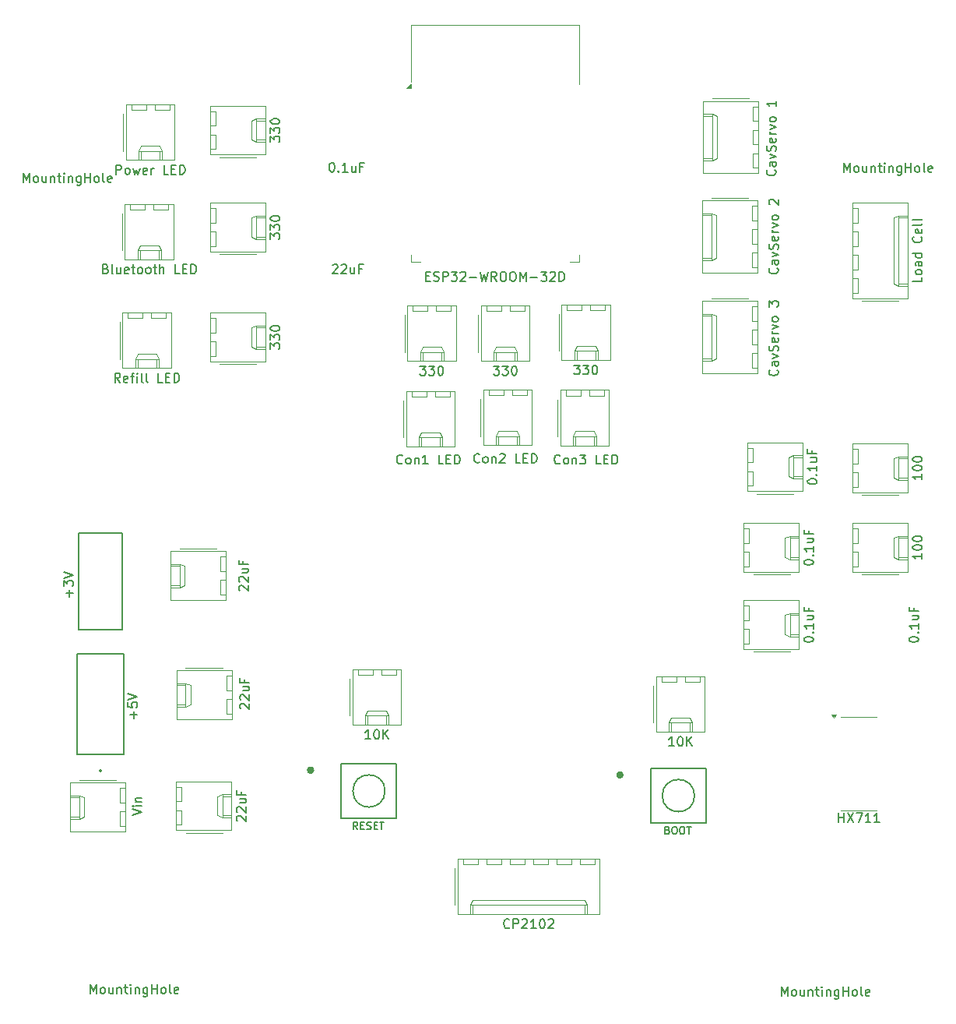
<source format=gbr>
%TF.GenerationSoftware,KiCad,Pcbnew,8.0.8*%
%TF.CreationDate,2025-04-22T11:25:48-05:00*%
%TF.ProjectId,LastChance,4c617374-4368-4616-9e63-652e6b696361,rev?*%
%TF.SameCoordinates,Original*%
%TF.FileFunction,Legend,Top*%
%TF.FilePolarity,Positive*%
%FSLAX46Y46*%
G04 Gerber Fmt 4.6, Leading zero omitted, Abs format (unit mm)*
G04 Created by KiCad (PCBNEW 8.0.8) date 2025-04-22 11:25:48*
%MOMM*%
%LPD*%
G01*
G04 APERTURE LIST*
%ADD10C,0.150000*%
%ADD11C,0.120000*%
%ADD12C,0.152400*%
%ADD13C,0.400000*%
%ADD14C,0.127000*%
G04 APERTURE END LIST*
D10*
X188684819Y-82454666D02*
X188684819Y-83026094D01*
X188684819Y-82740380D02*
X187684819Y-82740380D01*
X187684819Y-82740380D02*
X187827676Y-82835618D01*
X187827676Y-82835618D02*
X187922914Y-82930856D01*
X187922914Y-82930856D02*
X187970533Y-83026094D01*
X187684819Y-81835618D02*
X187684819Y-81740380D01*
X187684819Y-81740380D02*
X187732438Y-81645142D01*
X187732438Y-81645142D02*
X187780057Y-81597523D01*
X187780057Y-81597523D02*
X187875295Y-81549904D01*
X187875295Y-81549904D02*
X188065771Y-81502285D01*
X188065771Y-81502285D02*
X188303866Y-81502285D01*
X188303866Y-81502285D02*
X188494342Y-81549904D01*
X188494342Y-81549904D02*
X188589580Y-81597523D01*
X188589580Y-81597523D02*
X188637200Y-81645142D01*
X188637200Y-81645142D02*
X188684819Y-81740380D01*
X188684819Y-81740380D02*
X188684819Y-81835618D01*
X188684819Y-81835618D02*
X188637200Y-81930856D01*
X188637200Y-81930856D02*
X188589580Y-81978475D01*
X188589580Y-81978475D02*
X188494342Y-82026094D01*
X188494342Y-82026094D02*
X188303866Y-82073713D01*
X188303866Y-82073713D02*
X188065771Y-82073713D01*
X188065771Y-82073713D02*
X187875295Y-82026094D01*
X187875295Y-82026094D02*
X187780057Y-81978475D01*
X187780057Y-81978475D02*
X187732438Y-81930856D01*
X187732438Y-81930856D02*
X187684819Y-81835618D01*
X187684819Y-80883237D02*
X187684819Y-80787999D01*
X187684819Y-80787999D02*
X187732438Y-80692761D01*
X187732438Y-80692761D02*
X187780057Y-80645142D01*
X187780057Y-80645142D02*
X187875295Y-80597523D01*
X187875295Y-80597523D02*
X188065771Y-80549904D01*
X188065771Y-80549904D02*
X188303866Y-80549904D01*
X188303866Y-80549904D02*
X188494342Y-80597523D01*
X188494342Y-80597523D02*
X188589580Y-80645142D01*
X188589580Y-80645142D02*
X188637200Y-80692761D01*
X188637200Y-80692761D02*
X188684819Y-80787999D01*
X188684819Y-80787999D02*
X188684819Y-80883237D01*
X188684819Y-80883237D02*
X188637200Y-80978475D01*
X188637200Y-80978475D02*
X188589580Y-81026094D01*
X188589580Y-81026094D02*
X188494342Y-81073713D01*
X188494342Y-81073713D02*
X188303866Y-81121332D01*
X188303866Y-81121332D02*
X188065771Y-81121332D01*
X188065771Y-81121332D02*
X187875295Y-81073713D01*
X187875295Y-81073713D02*
X187780057Y-81026094D01*
X187780057Y-81026094D02*
X187732438Y-80978475D01*
X187732438Y-80978475D02*
X187684819Y-80883237D01*
X188684819Y-91090666D02*
X188684819Y-91662094D01*
X188684819Y-91376380D02*
X187684819Y-91376380D01*
X187684819Y-91376380D02*
X187827676Y-91471618D01*
X187827676Y-91471618D02*
X187922914Y-91566856D01*
X187922914Y-91566856D02*
X187970533Y-91662094D01*
X187684819Y-90471618D02*
X187684819Y-90376380D01*
X187684819Y-90376380D02*
X187732438Y-90281142D01*
X187732438Y-90281142D02*
X187780057Y-90233523D01*
X187780057Y-90233523D02*
X187875295Y-90185904D01*
X187875295Y-90185904D02*
X188065771Y-90138285D01*
X188065771Y-90138285D02*
X188303866Y-90138285D01*
X188303866Y-90138285D02*
X188494342Y-90185904D01*
X188494342Y-90185904D02*
X188589580Y-90233523D01*
X188589580Y-90233523D02*
X188637200Y-90281142D01*
X188637200Y-90281142D02*
X188684819Y-90376380D01*
X188684819Y-90376380D02*
X188684819Y-90471618D01*
X188684819Y-90471618D02*
X188637200Y-90566856D01*
X188637200Y-90566856D02*
X188589580Y-90614475D01*
X188589580Y-90614475D02*
X188494342Y-90662094D01*
X188494342Y-90662094D02*
X188303866Y-90709713D01*
X188303866Y-90709713D02*
X188065771Y-90709713D01*
X188065771Y-90709713D02*
X187875295Y-90662094D01*
X187875295Y-90662094D02*
X187780057Y-90614475D01*
X187780057Y-90614475D02*
X187732438Y-90566856D01*
X187732438Y-90566856D02*
X187684819Y-90471618D01*
X187684819Y-89519237D02*
X187684819Y-89423999D01*
X187684819Y-89423999D02*
X187732438Y-89328761D01*
X187732438Y-89328761D02*
X187780057Y-89281142D01*
X187780057Y-89281142D02*
X187875295Y-89233523D01*
X187875295Y-89233523D02*
X188065771Y-89185904D01*
X188065771Y-89185904D02*
X188303866Y-89185904D01*
X188303866Y-89185904D02*
X188494342Y-89233523D01*
X188494342Y-89233523D02*
X188589580Y-89281142D01*
X188589580Y-89281142D02*
X188637200Y-89328761D01*
X188637200Y-89328761D02*
X188684819Y-89423999D01*
X188684819Y-89423999D02*
X188684819Y-89519237D01*
X188684819Y-89519237D02*
X188637200Y-89614475D01*
X188637200Y-89614475D02*
X188589580Y-89662094D01*
X188589580Y-89662094D02*
X188494342Y-89709713D01*
X188494342Y-89709713D02*
X188303866Y-89757332D01*
X188303866Y-89757332D02*
X188065771Y-89757332D01*
X188065771Y-89757332D02*
X187875295Y-89709713D01*
X187875295Y-89709713D02*
X187780057Y-89662094D01*
X187780057Y-89662094D02*
X187732438Y-89614475D01*
X187732438Y-89614475D02*
X187684819Y-89519237D01*
X150860286Y-70610819D02*
X151479333Y-70610819D01*
X151479333Y-70610819D02*
X151146000Y-70991771D01*
X151146000Y-70991771D02*
X151288857Y-70991771D01*
X151288857Y-70991771D02*
X151384095Y-71039390D01*
X151384095Y-71039390D02*
X151431714Y-71087009D01*
X151431714Y-71087009D02*
X151479333Y-71182247D01*
X151479333Y-71182247D02*
X151479333Y-71420342D01*
X151479333Y-71420342D02*
X151431714Y-71515580D01*
X151431714Y-71515580D02*
X151384095Y-71563200D01*
X151384095Y-71563200D02*
X151288857Y-71610819D01*
X151288857Y-71610819D02*
X151003143Y-71610819D01*
X151003143Y-71610819D02*
X150907905Y-71563200D01*
X150907905Y-71563200D02*
X150860286Y-71515580D01*
X151812667Y-70610819D02*
X152431714Y-70610819D01*
X152431714Y-70610819D02*
X152098381Y-70991771D01*
X152098381Y-70991771D02*
X152241238Y-70991771D01*
X152241238Y-70991771D02*
X152336476Y-71039390D01*
X152336476Y-71039390D02*
X152384095Y-71087009D01*
X152384095Y-71087009D02*
X152431714Y-71182247D01*
X152431714Y-71182247D02*
X152431714Y-71420342D01*
X152431714Y-71420342D02*
X152384095Y-71515580D01*
X152384095Y-71515580D02*
X152336476Y-71563200D01*
X152336476Y-71563200D02*
X152241238Y-71610819D01*
X152241238Y-71610819D02*
X151955524Y-71610819D01*
X151955524Y-71610819D02*
X151860286Y-71563200D01*
X151860286Y-71563200D02*
X151812667Y-71515580D01*
X153050762Y-70610819D02*
X153146000Y-70610819D01*
X153146000Y-70610819D02*
X153241238Y-70658438D01*
X153241238Y-70658438D02*
X153288857Y-70706057D01*
X153288857Y-70706057D02*
X153336476Y-70801295D01*
X153336476Y-70801295D02*
X153384095Y-70991771D01*
X153384095Y-70991771D02*
X153384095Y-71229866D01*
X153384095Y-71229866D02*
X153336476Y-71420342D01*
X153336476Y-71420342D02*
X153288857Y-71515580D01*
X153288857Y-71515580D02*
X153241238Y-71563200D01*
X153241238Y-71563200D02*
X153146000Y-71610819D01*
X153146000Y-71610819D02*
X153050762Y-71610819D01*
X153050762Y-71610819D02*
X152955524Y-71563200D01*
X152955524Y-71563200D02*
X152907905Y-71515580D01*
X152907905Y-71515580D02*
X152860286Y-71420342D01*
X152860286Y-71420342D02*
X152812667Y-71229866D01*
X152812667Y-71229866D02*
X152812667Y-70991771D01*
X152812667Y-70991771D02*
X152860286Y-70801295D01*
X152860286Y-70801295D02*
X152907905Y-70706057D01*
X152907905Y-70706057D02*
X152955524Y-70658438D01*
X152955524Y-70658438D02*
X153050762Y-70610819D01*
X142097286Y-70717819D02*
X142716333Y-70717819D01*
X142716333Y-70717819D02*
X142383000Y-71098771D01*
X142383000Y-71098771D02*
X142525857Y-71098771D01*
X142525857Y-71098771D02*
X142621095Y-71146390D01*
X142621095Y-71146390D02*
X142668714Y-71194009D01*
X142668714Y-71194009D02*
X142716333Y-71289247D01*
X142716333Y-71289247D02*
X142716333Y-71527342D01*
X142716333Y-71527342D02*
X142668714Y-71622580D01*
X142668714Y-71622580D02*
X142621095Y-71670200D01*
X142621095Y-71670200D02*
X142525857Y-71717819D01*
X142525857Y-71717819D02*
X142240143Y-71717819D01*
X142240143Y-71717819D02*
X142144905Y-71670200D01*
X142144905Y-71670200D02*
X142097286Y-71622580D01*
X143049667Y-70717819D02*
X143668714Y-70717819D01*
X143668714Y-70717819D02*
X143335381Y-71098771D01*
X143335381Y-71098771D02*
X143478238Y-71098771D01*
X143478238Y-71098771D02*
X143573476Y-71146390D01*
X143573476Y-71146390D02*
X143621095Y-71194009D01*
X143621095Y-71194009D02*
X143668714Y-71289247D01*
X143668714Y-71289247D02*
X143668714Y-71527342D01*
X143668714Y-71527342D02*
X143621095Y-71622580D01*
X143621095Y-71622580D02*
X143573476Y-71670200D01*
X143573476Y-71670200D02*
X143478238Y-71717819D01*
X143478238Y-71717819D02*
X143192524Y-71717819D01*
X143192524Y-71717819D02*
X143097286Y-71670200D01*
X143097286Y-71670200D02*
X143049667Y-71622580D01*
X144287762Y-70717819D02*
X144383000Y-70717819D01*
X144383000Y-70717819D02*
X144478238Y-70765438D01*
X144478238Y-70765438D02*
X144525857Y-70813057D01*
X144525857Y-70813057D02*
X144573476Y-70908295D01*
X144573476Y-70908295D02*
X144621095Y-71098771D01*
X144621095Y-71098771D02*
X144621095Y-71336866D01*
X144621095Y-71336866D02*
X144573476Y-71527342D01*
X144573476Y-71527342D02*
X144525857Y-71622580D01*
X144525857Y-71622580D02*
X144478238Y-71670200D01*
X144478238Y-71670200D02*
X144383000Y-71717819D01*
X144383000Y-71717819D02*
X144287762Y-71717819D01*
X144287762Y-71717819D02*
X144192524Y-71670200D01*
X144192524Y-71670200D02*
X144144905Y-71622580D01*
X144144905Y-71622580D02*
X144097286Y-71527342D01*
X144097286Y-71527342D02*
X144049667Y-71336866D01*
X144049667Y-71336866D02*
X144049667Y-71098771D01*
X144049667Y-71098771D02*
X144097286Y-70908295D01*
X144097286Y-70908295D02*
X144144905Y-70813057D01*
X144144905Y-70813057D02*
X144192524Y-70765438D01*
X144192524Y-70765438D02*
X144287762Y-70717819D01*
X134096286Y-70717819D02*
X134715333Y-70717819D01*
X134715333Y-70717819D02*
X134382000Y-71098771D01*
X134382000Y-71098771D02*
X134524857Y-71098771D01*
X134524857Y-71098771D02*
X134620095Y-71146390D01*
X134620095Y-71146390D02*
X134667714Y-71194009D01*
X134667714Y-71194009D02*
X134715333Y-71289247D01*
X134715333Y-71289247D02*
X134715333Y-71527342D01*
X134715333Y-71527342D02*
X134667714Y-71622580D01*
X134667714Y-71622580D02*
X134620095Y-71670200D01*
X134620095Y-71670200D02*
X134524857Y-71717819D01*
X134524857Y-71717819D02*
X134239143Y-71717819D01*
X134239143Y-71717819D02*
X134143905Y-71670200D01*
X134143905Y-71670200D02*
X134096286Y-71622580D01*
X135048667Y-70717819D02*
X135667714Y-70717819D01*
X135667714Y-70717819D02*
X135334381Y-71098771D01*
X135334381Y-71098771D02*
X135477238Y-71098771D01*
X135477238Y-71098771D02*
X135572476Y-71146390D01*
X135572476Y-71146390D02*
X135620095Y-71194009D01*
X135620095Y-71194009D02*
X135667714Y-71289247D01*
X135667714Y-71289247D02*
X135667714Y-71527342D01*
X135667714Y-71527342D02*
X135620095Y-71622580D01*
X135620095Y-71622580D02*
X135572476Y-71670200D01*
X135572476Y-71670200D02*
X135477238Y-71717819D01*
X135477238Y-71717819D02*
X135191524Y-71717819D01*
X135191524Y-71717819D02*
X135096286Y-71670200D01*
X135096286Y-71670200D02*
X135048667Y-71622580D01*
X136286762Y-70717819D02*
X136382000Y-70717819D01*
X136382000Y-70717819D02*
X136477238Y-70765438D01*
X136477238Y-70765438D02*
X136524857Y-70813057D01*
X136524857Y-70813057D02*
X136572476Y-70908295D01*
X136572476Y-70908295D02*
X136620095Y-71098771D01*
X136620095Y-71098771D02*
X136620095Y-71336866D01*
X136620095Y-71336866D02*
X136572476Y-71527342D01*
X136572476Y-71527342D02*
X136524857Y-71622580D01*
X136524857Y-71622580D02*
X136477238Y-71670200D01*
X136477238Y-71670200D02*
X136382000Y-71717819D01*
X136382000Y-71717819D02*
X136286762Y-71717819D01*
X136286762Y-71717819D02*
X136191524Y-71670200D01*
X136191524Y-71670200D02*
X136143905Y-71622580D01*
X136143905Y-71622580D02*
X136096286Y-71527342D01*
X136096286Y-71527342D02*
X136048667Y-71336866D01*
X136048667Y-71336866D02*
X136048667Y-71098771D01*
X136048667Y-71098771D02*
X136096286Y-70908295D01*
X136096286Y-70908295D02*
X136143905Y-70813057D01*
X136143905Y-70813057D02*
X136191524Y-70765438D01*
X136191524Y-70765438D02*
X136286762Y-70717819D01*
X117834819Y-56911713D02*
X117834819Y-56292666D01*
X117834819Y-56292666D02*
X118215771Y-56625999D01*
X118215771Y-56625999D02*
X118215771Y-56483142D01*
X118215771Y-56483142D02*
X118263390Y-56387904D01*
X118263390Y-56387904D02*
X118311009Y-56340285D01*
X118311009Y-56340285D02*
X118406247Y-56292666D01*
X118406247Y-56292666D02*
X118644342Y-56292666D01*
X118644342Y-56292666D02*
X118739580Y-56340285D01*
X118739580Y-56340285D02*
X118787200Y-56387904D01*
X118787200Y-56387904D02*
X118834819Y-56483142D01*
X118834819Y-56483142D02*
X118834819Y-56768856D01*
X118834819Y-56768856D02*
X118787200Y-56864094D01*
X118787200Y-56864094D02*
X118739580Y-56911713D01*
X117834819Y-55959332D02*
X117834819Y-55340285D01*
X117834819Y-55340285D02*
X118215771Y-55673618D01*
X118215771Y-55673618D02*
X118215771Y-55530761D01*
X118215771Y-55530761D02*
X118263390Y-55435523D01*
X118263390Y-55435523D02*
X118311009Y-55387904D01*
X118311009Y-55387904D02*
X118406247Y-55340285D01*
X118406247Y-55340285D02*
X118644342Y-55340285D01*
X118644342Y-55340285D02*
X118739580Y-55387904D01*
X118739580Y-55387904D02*
X118787200Y-55435523D01*
X118787200Y-55435523D02*
X118834819Y-55530761D01*
X118834819Y-55530761D02*
X118834819Y-55816475D01*
X118834819Y-55816475D02*
X118787200Y-55911713D01*
X118787200Y-55911713D02*
X118739580Y-55959332D01*
X117834819Y-54721237D02*
X117834819Y-54625999D01*
X117834819Y-54625999D02*
X117882438Y-54530761D01*
X117882438Y-54530761D02*
X117930057Y-54483142D01*
X117930057Y-54483142D02*
X118025295Y-54435523D01*
X118025295Y-54435523D02*
X118215771Y-54387904D01*
X118215771Y-54387904D02*
X118453866Y-54387904D01*
X118453866Y-54387904D02*
X118644342Y-54435523D01*
X118644342Y-54435523D02*
X118739580Y-54483142D01*
X118739580Y-54483142D02*
X118787200Y-54530761D01*
X118787200Y-54530761D02*
X118834819Y-54625999D01*
X118834819Y-54625999D02*
X118834819Y-54721237D01*
X118834819Y-54721237D02*
X118787200Y-54816475D01*
X118787200Y-54816475D02*
X118739580Y-54864094D01*
X118739580Y-54864094D02*
X118644342Y-54911713D01*
X118644342Y-54911713D02*
X118453866Y-54959332D01*
X118453866Y-54959332D02*
X118215771Y-54959332D01*
X118215771Y-54959332D02*
X118025295Y-54911713D01*
X118025295Y-54911713D02*
X117930057Y-54864094D01*
X117930057Y-54864094D02*
X117882438Y-54816475D01*
X117882438Y-54816475D02*
X117834819Y-54721237D01*
X117834819Y-68849713D02*
X117834819Y-68230666D01*
X117834819Y-68230666D02*
X118215771Y-68563999D01*
X118215771Y-68563999D02*
X118215771Y-68421142D01*
X118215771Y-68421142D02*
X118263390Y-68325904D01*
X118263390Y-68325904D02*
X118311009Y-68278285D01*
X118311009Y-68278285D02*
X118406247Y-68230666D01*
X118406247Y-68230666D02*
X118644342Y-68230666D01*
X118644342Y-68230666D02*
X118739580Y-68278285D01*
X118739580Y-68278285D02*
X118787200Y-68325904D01*
X118787200Y-68325904D02*
X118834819Y-68421142D01*
X118834819Y-68421142D02*
X118834819Y-68706856D01*
X118834819Y-68706856D02*
X118787200Y-68802094D01*
X118787200Y-68802094D02*
X118739580Y-68849713D01*
X117834819Y-67897332D02*
X117834819Y-67278285D01*
X117834819Y-67278285D02*
X118215771Y-67611618D01*
X118215771Y-67611618D02*
X118215771Y-67468761D01*
X118215771Y-67468761D02*
X118263390Y-67373523D01*
X118263390Y-67373523D02*
X118311009Y-67325904D01*
X118311009Y-67325904D02*
X118406247Y-67278285D01*
X118406247Y-67278285D02*
X118644342Y-67278285D01*
X118644342Y-67278285D02*
X118739580Y-67325904D01*
X118739580Y-67325904D02*
X118787200Y-67373523D01*
X118787200Y-67373523D02*
X118834819Y-67468761D01*
X118834819Y-67468761D02*
X118834819Y-67754475D01*
X118834819Y-67754475D02*
X118787200Y-67849713D01*
X118787200Y-67849713D02*
X118739580Y-67897332D01*
X117834819Y-66659237D02*
X117834819Y-66563999D01*
X117834819Y-66563999D02*
X117882438Y-66468761D01*
X117882438Y-66468761D02*
X117930057Y-66421142D01*
X117930057Y-66421142D02*
X118025295Y-66373523D01*
X118025295Y-66373523D02*
X118215771Y-66325904D01*
X118215771Y-66325904D02*
X118453866Y-66325904D01*
X118453866Y-66325904D02*
X118644342Y-66373523D01*
X118644342Y-66373523D02*
X118739580Y-66421142D01*
X118739580Y-66421142D02*
X118787200Y-66468761D01*
X118787200Y-66468761D02*
X118834819Y-66563999D01*
X118834819Y-66563999D02*
X118834819Y-66659237D01*
X118834819Y-66659237D02*
X118787200Y-66754475D01*
X118787200Y-66754475D02*
X118739580Y-66802094D01*
X118739580Y-66802094D02*
X118644342Y-66849713D01*
X118644342Y-66849713D02*
X118453866Y-66897332D01*
X118453866Y-66897332D02*
X118215771Y-66897332D01*
X118215771Y-66897332D02*
X118025295Y-66849713D01*
X118025295Y-66849713D02*
X117930057Y-66802094D01*
X117930057Y-66802094D02*
X117882438Y-66754475D01*
X117882438Y-66754475D02*
X117834819Y-66659237D01*
X117834819Y-46370713D02*
X117834819Y-45751666D01*
X117834819Y-45751666D02*
X118215771Y-46084999D01*
X118215771Y-46084999D02*
X118215771Y-45942142D01*
X118215771Y-45942142D02*
X118263390Y-45846904D01*
X118263390Y-45846904D02*
X118311009Y-45799285D01*
X118311009Y-45799285D02*
X118406247Y-45751666D01*
X118406247Y-45751666D02*
X118644342Y-45751666D01*
X118644342Y-45751666D02*
X118739580Y-45799285D01*
X118739580Y-45799285D02*
X118787200Y-45846904D01*
X118787200Y-45846904D02*
X118834819Y-45942142D01*
X118834819Y-45942142D02*
X118834819Y-46227856D01*
X118834819Y-46227856D02*
X118787200Y-46323094D01*
X118787200Y-46323094D02*
X118739580Y-46370713D01*
X117834819Y-45418332D02*
X117834819Y-44799285D01*
X117834819Y-44799285D02*
X118215771Y-45132618D01*
X118215771Y-45132618D02*
X118215771Y-44989761D01*
X118215771Y-44989761D02*
X118263390Y-44894523D01*
X118263390Y-44894523D02*
X118311009Y-44846904D01*
X118311009Y-44846904D02*
X118406247Y-44799285D01*
X118406247Y-44799285D02*
X118644342Y-44799285D01*
X118644342Y-44799285D02*
X118739580Y-44846904D01*
X118739580Y-44846904D02*
X118787200Y-44894523D01*
X118787200Y-44894523D02*
X118834819Y-44989761D01*
X118834819Y-44989761D02*
X118834819Y-45275475D01*
X118834819Y-45275475D02*
X118787200Y-45370713D01*
X118787200Y-45370713D02*
X118739580Y-45418332D01*
X117834819Y-44180237D02*
X117834819Y-44084999D01*
X117834819Y-44084999D02*
X117882438Y-43989761D01*
X117882438Y-43989761D02*
X117930057Y-43942142D01*
X117930057Y-43942142D02*
X118025295Y-43894523D01*
X118025295Y-43894523D02*
X118215771Y-43846904D01*
X118215771Y-43846904D02*
X118453866Y-43846904D01*
X118453866Y-43846904D02*
X118644342Y-43894523D01*
X118644342Y-43894523D02*
X118739580Y-43942142D01*
X118739580Y-43942142D02*
X118787200Y-43989761D01*
X118787200Y-43989761D02*
X118834819Y-44084999D01*
X118834819Y-44084999D02*
X118834819Y-44180237D01*
X118834819Y-44180237D02*
X118787200Y-44275475D01*
X118787200Y-44275475D02*
X118739580Y-44323094D01*
X118739580Y-44323094D02*
X118644342Y-44370713D01*
X118644342Y-44370713D02*
X118453866Y-44418332D01*
X118453866Y-44418332D02*
X118215771Y-44418332D01*
X118215771Y-44418332D02*
X118025295Y-44370713D01*
X118025295Y-44370713D02*
X117930057Y-44323094D01*
X117930057Y-44323094D02*
X117882438Y-44275475D01*
X117882438Y-44275475D02*
X117834819Y-44180237D01*
X161742523Y-111976819D02*
X161171095Y-111976819D01*
X161456809Y-111976819D02*
X161456809Y-110976819D01*
X161456809Y-110976819D02*
X161361571Y-111119676D01*
X161361571Y-111119676D02*
X161266333Y-111214914D01*
X161266333Y-111214914D02*
X161171095Y-111262533D01*
X162361571Y-110976819D02*
X162456809Y-110976819D01*
X162456809Y-110976819D02*
X162552047Y-111024438D01*
X162552047Y-111024438D02*
X162599666Y-111072057D01*
X162599666Y-111072057D02*
X162647285Y-111167295D01*
X162647285Y-111167295D02*
X162694904Y-111357771D01*
X162694904Y-111357771D02*
X162694904Y-111595866D01*
X162694904Y-111595866D02*
X162647285Y-111786342D01*
X162647285Y-111786342D02*
X162599666Y-111881580D01*
X162599666Y-111881580D02*
X162552047Y-111929200D01*
X162552047Y-111929200D02*
X162456809Y-111976819D01*
X162456809Y-111976819D02*
X162361571Y-111976819D01*
X162361571Y-111976819D02*
X162266333Y-111929200D01*
X162266333Y-111929200D02*
X162218714Y-111881580D01*
X162218714Y-111881580D02*
X162171095Y-111786342D01*
X162171095Y-111786342D02*
X162123476Y-111595866D01*
X162123476Y-111595866D02*
X162123476Y-111357771D01*
X162123476Y-111357771D02*
X162171095Y-111167295D01*
X162171095Y-111167295D02*
X162218714Y-111072057D01*
X162218714Y-111072057D02*
X162266333Y-111024438D01*
X162266333Y-111024438D02*
X162361571Y-110976819D01*
X163123476Y-111976819D02*
X163123476Y-110976819D01*
X163694904Y-111976819D02*
X163266333Y-111405390D01*
X163694904Y-110976819D02*
X163123476Y-111548247D01*
X128722523Y-111214819D02*
X128151095Y-111214819D01*
X128436809Y-111214819D02*
X128436809Y-110214819D01*
X128436809Y-110214819D02*
X128341571Y-110357676D01*
X128341571Y-110357676D02*
X128246333Y-110452914D01*
X128246333Y-110452914D02*
X128151095Y-110500533D01*
X129341571Y-110214819D02*
X129436809Y-110214819D01*
X129436809Y-110214819D02*
X129532047Y-110262438D01*
X129532047Y-110262438D02*
X129579666Y-110310057D01*
X129579666Y-110310057D02*
X129627285Y-110405295D01*
X129627285Y-110405295D02*
X129674904Y-110595771D01*
X129674904Y-110595771D02*
X129674904Y-110833866D01*
X129674904Y-110833866D02*
X129627285Y-111024342D01*
X129627285Y-111024342D02*
X129579666Y-111119580D01*
X129579666Y-111119580D02*
X129532047Y-111167200D01*
X129532047Y-111167200D02*
X129436809Y-111214819D01*
X129436809Y-111214819D02*
X129341571Y-111214819D01*
X129341571Y-111214819D02*
X129246333Y-111167200D01*
X129246333Y-111167200D02*
X129198714Y-111119580D01*
X129198714Y-111119580D02*
X129151095Y-111024342D01*
X129151095Y-111024342D02*
X129103476Y-110833866D01*
X129103476Y-110833866D02*
X129103476Y-110595771D01*
X129103476Y-110595771D02*
X129151095Y-110405295D01*
X129151095Y-110405295D02*
X129198714Y-110310057D01*
X129198714Y-110310057D02*
X129246333Y-110262438D01*
X129246333Y-110262438D02*
X129341571Y-110214819D01*
X130103476Y-111214819D02*
X130103476Y-110214819D01*
X130674904Y-111214819D02*
X130246333Y-110643390D01*
X130674904Y-110214819D02*
X130103476Y-110786247D01*
X114485057Y-95114856D02*
X114437438Y-95067237D01*
X114437438Y-95067237D02*
X114389819Y-94971999D01*
X114389819Y-94971999D02*
X114389819Y-94733904D01*
X114389819Y-94733904D02*
X114437438Y-94638666D01*
X114437438Y-94638666D02*
X114485057Y-94591047D01*
X114485057Y-94591047D02*
X114580295Y-94543428D01*
X114580295Y-94543428D02*
X114675533Y-94543428D01*
X114675533Y-94543428D02*
X114818390Y-94591047D01*
X114818390Y-94591047D02*
X115389819Y-95162475D01*
X115389819Y-95162475D02*
X115389819Y-94543428D01*
X114485057Y-94162475D02*
X114437438Y-94114856D01*
X114437438Y-94114856D02*
X114389819Y-94019618D01*
X114389819Y-94019618D02*
X114389819Y-93781523D01*
X114389819Y-93781523D02*
X114437438Y-93686285D01*
X114437438Y-93686285D02*
X114485057Y-93638666D01*
X114485057Y-93638666D02*
X114580295Y-93591047D01*
X114580295Y-93591047D02*
X114675533Y-93591047D01*
X114675533Y-93591047D02*
X114818390Y-93638666D01*
X114818390Y-93638666D02*
X115389819Y-94210094D01*
X115389819Y-94210094D02*
X115389819Y-93591047D01*
X114723152Y-92733904D02*
X115389819Y-92733904D01*
X114723152Y-93162475D02*
X115246961Y-93162475D01*
X115246961Y-93162475D02*
X115342200Y-93114856D01*
X115342200Y-93114856D02*
X115389819Y-93019618D01*
X115389819Y-93019618D02*
X115389819Y-92876761D01*
X115389819Y-92876761D02*
X115342200Y-92781523D01*
X115342200Y-92781523D02*
X115294580Y-92733904D01*
X114866009Y-91924380D02*
X114866009Y-92257713D01*
X115389819Y-92257713D02*
X114389819Y-92257713D01*
X114389819Y-92257713D02*
X114389819Y-91781523D01*
X114612057Y-107941856D02*
X114564438Y-107894237D01*
X114564438Y-107894237D02*
X114516819Y-107798999D01*
X114516819Y-107798999D02*
X114516819Y-107560904D01*
X114516819Y-107560904D02*
X114564438Y-107465666D01*
X114564438Y-107465666D02*
X114612057Y-107418047D01*
X114612057Y-107418047D02*
X114707295Y-107370428D01*
X114707295Y-107370428D02*
X114802533Y-107370428D01*
X114802533Y-107370428D02*
X114945390Y-107418047D01*
X114945390Y-107418047D02*
X115516819Y-107989475D01*
X115516819Y-107989475D02*
X115516819Y-107370428D01*
X114612057Y-106989475D02*
X114564438Y-106941856D01*
X114564438Y-106941856D02*
X114516819Y-106846618D01*
X114516819Y-106846618D02*
X114516819Y-106608523D01*
X114516819Y-106608523D02*
X114564438Y-106513285D01*
X114564438Y-106513285D02*
X114612057Y-106465666D01*
X114612057Y-106465666D02*
X114707295Y-106418047D01*
X114707295Y-106418047D02*
X114802533Y-106418047D01*
X114802533Y-106418047D02*
X114945390Y-106465666D01*
X114945390Y-106465666D02*
X115516819Y-107037094D01*
X115516819Y-107037094D02*
X115516819Y-106418047D01*
X114850152Y-105560904D02*
X115516819Y-105560904D01*
X114850152Y-105989475D02*
X115373961Y-105989475D01*
X115373961Y-105989475D02*
X115469200Y-105941856D01*
X115469200Y-105941856D02*
X115516819Y-105846618D01*
X115516819Y-105846618D02*
X115516819Y-105703761D01*
X115516819Y-105703761D02*
X115469200Y-105608523D01*
X115469200Y-105608523D02*
X115421580Y-105560904D01*
X114993009Y-104751380D02*
X114993009Y-105084713D01*
X115516819Y-105084713D02*
X114516819Y-105084713D01*
X114516819Y-105084713D02*
X114516819Y-104608523D01*
X176254819Y-83303856D02*
X176254819Y-83208618D01*
X176254819Y-83208618D02*
X176302438Y-83113380D01*
X176302438Y-83113380D02*
X176350057Y-83065761D01*
X176350057Y-83065761D02*
X176445295Y-83018142D01*
X176445295Y-83018142D02*
X176635771Y-82970523D01*
X176635771Y-82970523D02*
X176873866Y-82970523D01*
X176873866Y-82970523D02*
X177064342Y-83018142D01*
X177064342Y-83018142D02*
X177159580Y-83065761D01*
X177159580Y-83065761D02*
X177207200Y-83113380D01*
X177207200Y-83113380D02*
X177254819Y-83208618D01*
X177254819Y-83208618D02*
X177254819Y-83303856D01*
X177254819Y-83303856D02*
X177207200Y-83399094D01*
X177207200Y-83399094D02*
X177159580Y-83446713D01*
X177159580Y-83446713D02*
X177064342Y-83494332D01*
X177064342Y-83494332D02*
X176873866Y-83541951D01*
X176873866Y-83541951D02*
X176635771Y-83541951D01*
X176635771Y-83541951D02*
X176445295Y-83494332D01*
X176445295Y-83494332D02*
X176350057Y-83446713D01*
X176350057Y-83446713D02*
X176302438Y-83399094D01*
X176302438Y-83399094D02*
X176254819Y-83303856D01*
X177159580Y-82541951D02*
X177207200Y-82494332D01*
X177207200Y-82494332D02*
X177254819Y-82541951D01*
X177254819Y-82541951D02*
X177207200Y-82589570D01*
X177207200Y-82589570D02*
X177159580Y-82541951D01*
X177159580Y-82541951D02*
X177254819Y-82541951D01*
X177254819Y-81541952D02*
X177254819Y-82113380D01*
X177254819Y-81827666D02*
X176254819Y-81827666D01*
X176254819Y-81827666D02*
X176397676Y-81922904D01*
X176397676Y-81922904D02*
X176492914Y-82018142D01*
X176492914Y-82018142D02*
X176540533Y-82113380D01*
X176588152Y-80684809D02*
X177254819Y-80684809D01*
X176588152Y-81113380D02*
X177111961Y-81113380D01*
X177111961Y-81113380D02*
X177207200Y-81065761D01*
X177207200Y-81065761D02*
X177254819Y-80970523D01*
X177254819Y-80970523D02*
X177254819Y-80827666D01*
X177254819Y-80827666D02*
X177207200Y-80732428D01*
X177207200Y-80732428D02*
X177159580Y-80684809D01*
X176731009Y-79875285D02*
X176731009Y-80208618D01*
X177254819Y-80208618D02*
X176254819Y-80208618D01*
X176254819Y-80208618D02*
X176254819Y-79732428D01*
X175873819Y-100448856D02*
X175873819Y-100353618D01*
X175873819Y-100353618D02*
X175921438Y-100258380D01*
X175921438Y-100258380D02*
X175969057Y-100210761D01*
X175969057Y-100210761D02*
X176064295Y-100163142D01*
X176064295Y-100163142D02*
X176254771Y-100115523D01*
X176254771Y-100115523D02*
X176492866Y-100115523D01*
X176492866Y-100115523D02*
X176683342Y-100163142D01*
X176683342Y-100163142D02*
X176778580Y-100210761D01*
X176778580Y-100210761D02*
X176826200Y-100258380D01*
X176826200Y-100258380D02*
X176873819Y-100353618D01*
X176873819Y-100353618D02*
X176873819Y-100448856D01*
X176873819Y-100448856D02*
X176826200Y-100544094D01*
X176826200Y-100544094D02*
X176778580Y-100591713D01*
X176778580Y-100591713D02*
X176683342Y-100639332D01*
X176683342Y-100639332D02*
X176492866Y-100686951D01*
X176492866Y-100686951D02*
X176254771Y-100686951D01*
X176254771Y-100686951D02*
X176064295Y-100639332D01*
X176064295Y-100639332D02*
X175969057Y-100591713D01*
X175969057Y-100591713D02*
X175921438Y-100544094D01*
X175921438Y-100544094D02*
X175873819Y-100448856D01*
X176778580Y-99686951D02*
X176826200Y-99639332D01*
X176826200Y-99639332D02*
X176873819Y-99686951D01*
X176873819Y-99686951D02*
X176826200Y-99734570D01*
X176826200Y-99734570D02*
X176778580Y-99686951D01*
X176778580Y-99686951D02*
X176873819Y-99686951D01*
X176873819Y-98686952D02*
X176873819Y-99258380D01*
X176873819Y-98972666D02*
X175873819Y-98972666D01*
X175873819Y-98972666D02*
X176016676Y-99067904D01*
X176016676Y-99067904D02*
X176111914Y-99163142D01*
X176111914Y-99163142D02*
X176159533Y-99258380D01*
X176207152Y-97829809D02*
X176873819Y-97829809D01*
X176207152Y-98258380D02*
X176730961Y-98258380D01*
X176730961Y-98258380D02*
X176826200Y-98210761D01*
X176826200Y-98210761D02*
X176873819Y-98115523D01*
X176873819Y-98115523D02*
X176873819Y-97972666D01*
X176873819Y-97972666D02*
X176826200Y-97877428D01*
X176826200Y-97877428D02*
X176778580Y-97829809D01*
X176350009Y-97020285D02*
X176350009Y-97353618D01*
X176873819Y-97353618D02*
X175873819Y-97353618D01*
X175873819Y-97353618D02*
X175873819Y-96877428D01*
X175873819Y-92066856D02*
X175873819Y-91971618D01*
X175873819Y-91971618D02*
X175921438Y-91876380D01*
X175921438Y-91876380D02*
X175969057Y-91828761D01*
X175969057Y-91828761D02*
X176064295Y-91781142D01*
X176064295Y-91781142D02*
X176254771Y-91733523D01*
X176254771Y-91733523D02*
X176492866Y-91733523D01*
X176492866Y-91733523D02*
X176683342Y-91781142D01*
X176683342Y-91781142D02*
X176778580Y-91828761D01*
X176778580Y-91828761D02*
X176826200Y-91876380D01*
X176826200Y-91876380D02*
X176873819Y-91971618D01*
X176873819Y-91971618D02*
X176873819Y-92066856D01*
X176873819Y-92066856D02*
X176826200Y-92162094D01*
X176826200Y-92162094D02*
X176778580Y-92209713D01*
X176778580Y-92209713D02*
X176683342Y-92257332D01*
X176683342Y-92257332D02*
X176492866Y-92304951D01*
X176492866Y-92304951D02*
X176254771Y-92304951D01*
X176254771Y-92304951D02*
X176064295Y-92257332D01*
X176064295Y-92257332D02*
X175969057Y-92209713D01*
X175969057Y-92209713D02*
X175921438Y-92162094D01*
X175921438Y-92162094D02*
X175873819Y-92066856D01*
X176778580Y-91304951D02*
X176826200Y-91257332D01*
X176826200Y-91257332D02*
X176873819Y-91304951D01*
X176873819Y-91304951D02*
X176826200Y-91352570D01*
X176826200Y-91352570D02*
X176778580Y-91304951D01*
X176778580Y-91304951D02*
X176873819Y-91304951D01*
X176873819Y-90304952D02*
X176873819Y-90876380D01*
X176873819Y-90590666D02*
X175873819Y-90590666D01*
X175873819Y-90590666D02*
X176016676Y-90685904D01*
X176016676Y-90685904D02*
X176111914Y-90781142D01*
X176111914Y-90781142D02*
X176159533Y-90876380D01*
X176207152Y-89447809D02*
X176873819Y-89447809D01*
X176207152Y-89876380D02*
X176730961Y-89876380D01*
X176730961Y-89876380D02*
X176826200Y-89828761D01*
X176826200Y-89828761D02*
X176873819Y-89733523D01*
X176873819Y-89733523D02*
X176873819Y-89590666D01*
X176873819Y-89590666D02*
X176826200Y-89495428D01*
X176826200Y-89495428D02*
X176778580Y-89447809D01*
X176350009Y-88638285D02*
X176350009Y-88971618D01*
X176873819Y-88971618D02*
X175873819Y-88971618D01*
X175873819Y-88971618D02*
X175873819Y-88495428D01*
X187303819Y-100448856D02*
X187303819Y-100353618D01*
X187303819Y-100353618D02*
X187351438Y-100258380D01*
X187351438Y-100258380D02*
X187399057Y-100210761D01*
X187399057Y-100210761D02*
X187494295Y-100163142D01*
X187494295Y-100163142D02*
X187684771Y-100115523D01*
X187684771Y-100115523D02*
X187922866Y-100115523D01*
X187922866Y-100115523D02*
X188113342Y-100163142D01*
X188113342Y-100163142D02*
X188208580Y-100210761D01*
X188208580Y-100210761D02*
X188256200Y-100258380D01*
X188256200Y-100258380D02*
X188303819Y-100353618D01*
X188303819Y-100353618D02*
X188303819Y-100448856D01*
X188303819Y-100448856D02*
X188256200Y-100544094D01*
X188256200Y-100544094D02*
X188208580Y-100591713D01*
X188208580Y-100591713D02*
X188113342Y-100639332D01*
X188113342Y-100639332D02*
X187922866Y-100686951D01*
X187922866Y-100686951D02*
X187684771Y-100686951D01*
X187684771Y-100686951D02*
X187494295Y-100639332D01*
X187494295Y-100639332D02*
X187399057Y-100591713D01*
X187399057Y-100591713D02*
X187351438Y-100544094D01*
X187351438Y-100544094D02*
X187303819Y-100448856D01*
X188208580Y-99686951D02*
X188256200Y-99639332D01*
X188256200Y-99639332D02*
X188303819Y-99686951D01*
X188303819Y-99686951D02*
X188256200Y-99734570D01*
X188256200Y-99734570D02*
X188208580Y-99686951D01*
X188208580Y-99686951D02*
X188303819Y-99686951D01*
X188303819Y-98686952D02*
X188303819Y-99258380D01*
X188303819Y-98972666D02*
X187303819Y-98972666D01*
X187303819Y-98972666D02*
X187446676Y-99067904D01*
X187446676Y-99067904D02*
X187541914Y-99163142D01*
X187541914Y-99163142D02*
X187589533Y-99258380D01*
X187637152Y-97829809D02*
X188303819Y-97829809D01*
X187637152Y-98258380D02*
X188160961Y-98258380D01*
X188160961Y-98258380D02*
X188256200Y-98210761D01*
X188256200Y-98210761D02*
X188303819Y-98115523D01*
X188303819Y-98115523D02*
X188303819Y-97972666D01*
X188303819Y-97972666D02*
X188256200Y-97877428D01*
X188256200Y-97877428D02*
X188208580Y-97829809D01*
X187780009Y-97020285D02*
X187780009Y-97353618D01*
X188303819Y-97353618D02*
X187303819Y-97353618D01*
X187303819Y-97353618D02*
X187303819Y-96877428D01*
X114247057Y-120133856D02*
X114199438Y-120086237D01*
X114199438Y-120086237D02*
X114151819Y-119990999D01*
X114151819Y-119990999D02*
X114151819Y-119752904D01*
X114151819Y-119752904D02*
X114199438Y-119657666D01*
X114199438Y-119657666D02*
X114247057Y-119610047D01*
X114247057Y-119610047D02*
X114342295Y-119562428D01*
X114342295Y-119562428D02*
X114437533Y-119562428D01*
X114437533Y-119562428D02*
X114580390Y-119610047D01*
X114580390Y-119610047D02*
X115151819Y-120181475D01*
X115151819Y-120181475D02*
X115151819Y-119562428D01*
X114247057Y-119181475D02*
X114199438Y-119133856D01*
X114199438Y-119133856D02*
X114151819Y-119038618D01*
X114151819Y-119038618D02*
X114151819Y-118800523D01*
X114151819Y-118800523D02*
X114199438Y-118705285D01*
X114199438Y-118705285D02*
X114247057Y-118657666D01*
X114247057Y-118657666D02*
X114342295Y-118610047D01*
X114342295Y-118610047D02*
X114437533Y-118610047D01*
X114437533Y-118610047D02*
X114580390Y-118657666D01*
X114580390Y-118657666D02*
X115151819Y-119229094D01*
X115151819Y-119229094D02*
X115151819Y-118610047D01*
X114485152Y-117752904D02*
X115151819Y-117752904D01*
X114485152Y-118181475D02*
X115008961Y-118181475D01*
X115008961Y-118181475D02*
X115104200Y-118133856D01*
X115104200Y-118133856D02*
X115151819Y-118038618D01*
X115151819Y-118038618D02*
X115151819Y-117895761D01*
X115151819Y-117895761D02*
X115104200Y-117800523D01*
X115104200Y-117800523D02*
X115056580Y-117752904D01*
X114628009Y-116943380D02*
X114628009Y-117276713D01*
X115151819Y-117276713D02*
X114151819Y-117276713D01*
X114151819Y-117276713D02*
X114151819Y-116800523D01*
X124468143Y-48619819D02*
X124563381Y-48619819D01*
X124563381Y-48619819D02*
X124658619Y-48667438D01*
X124658619Y-48667438D02*
X124706238Y-48715057D01*
X124706238Y-48715057D02*
X124753857Y-48810295D01*
X124753857Y-48810295D02*
X124801476Y-49000771D01*
X124801476Y-49000771D02*
X124801476Y-49238866D01*
X124801476Y-49238866D02*
X124753857Y-49429342D01*
X124753857Y-49429342D02*
X124706238Y-49524580D01*
X124706238Y-49524580D02*
X124658619Y-49572200D01*
X124658619Y-49572200D02*
X124563381Y-49619819D01*
X124563381Y-49619819D02*
X124468143Y-49619819D01*
X124468143Y-49619819D02*
X124372905Y-49572200D01*
X124372905Y-49572200D02*
X124325286Y-49524580D01*
X124325286Y-49524580D02*
X124277667Y-49429342D01*
X124277667Y-49429342D02*
X124230048Y-49238866D01*
X124230048Y-49238866D02*
X124230048Y-49000771D01*
X124230048Y-49000771D02*
X124277667Y-48810295D01*
X124277667Y-48810295D02*
X124325286Y-48715057D01*
X124325286Y-48715057D02*
X124372905Y-48667438D01*
X124372905Y-48667438D02*
X124468143Y-48619819D01*
X125230048Y-49524580D02*
X125277667Y-49572200D01*
X125277667Y-49572200D02*
X125230048Y-49619819D01*
X125230048Y-49619819D02*
X125182429Y-49572200D01*
X125182429Y-49572200D02*
X125230048Y-49524580D01*
X125230048Y-49524580D02*
X125230048Y-49619819D01*
X126230047Y-49619819D02*
X125658619Y-49619819D01*
X125944333Y-49619819D02*
X125944333Y-48619819D01*
X125944333Y-48619819D02*
X125849095Y-48762676D01*
X125849095Y-48762676D02*
X125753857Y-48857914D01*
X125753857Y-48857914D02*
X125658619Y-48905533D01*
X127087190Y-48953152D02*
X127087190Y-49619819D01*
X126658619Y-48953152D02*
X126658619Y-49476961D01*
X126658619Y-49476961D02*
X126706238Y-49572200D01*
X126706238Y-49572200D02*
X126801476Y-49619819D01*
X126801476Y-49619819D02*
X126944333Y-49619819D01*
X126944333Y-49619819D02*
X127039571Y-49572200D01*
X127039571Y-49572200D02*
X127087190Y-49524580D01*
X127896714Y-49096009D02*
X127563381Y-49096009D01*
X127563381Y-49619819D02*
X127563381Y-48619819D01*
X127563381Y-48619819D02*
X128039571Y-48619819D01*
X124595143Y-59764057D02*
X124642762Y-59716438D01*
X124642762Y-59716438D02*
X124738000Y-59668819D01*
X124738000Y-59668819D02*
X124976095Y-59668819D01*
X124976095Y-59668819D02*
X125071333Y-59716438D01*
X125071333Y-59716438D02*
X125118952Y-59764057D01*
X125118952Y-59764057D02*
X125166571Y-59859295D01*
X125166571Y-59859295D02*
X125166571Y-59954533D01*
X125166571Y-59954533D02*
X125118952Y-60097390D01*
X125118952Y-60097390D02*
X124547524Y-60668819D01*
X124547524Y-60668819D02*
X125166571Y-60668819D01*
X125547524Y-59764057D02*
X125595143Y-59716438D01*
X125595143Y-59716438D02*
X125690381Y-59668819D01*
X125690381Y-59668819D02*
X125928476Y-59668819D01*
X125928476Y-59668819D02*
X126023714Y-59716438D01*
X126023714Y-59716438D02*
X126071333Y-59764057D01*
X126071333Y-59764057D02*
X126118952Y-59859295D01*
X126118952Y-59859295D02*
X126118952Y-59954533D01*
X126118952Y-59954533D02*
X126071333Y-60097390D01*
X126071333Y-60097390D02*
X125499905Y-60668819D01*
X125499905Y-60668819D02*
X126118952Y-60668819D01*
X126976095Y-60002152D02*
X126976095Y-60668819D01*
X126547524Y-60002152D02*
X126547524Y-60525961D01*
X126547524Y-60525961D02*
X126595143Y-60621200D01*
X126595143Y-60621200D02*
X126690381Y-60668819D01*
X126690381Y-60668819D02*
X126833238Y-60668819D01*
X126833238Y-60668819D02*
X126928476Y-60621200D01*
X126928476Y-60621200D02*
X126976095Y-60573580D01*
X127785619Y-60145009D02*
X127452286Y-60145009D01*
X127452286Y-60668819D02*
X127452286Y-59668819D01*
X127452286Y-59668819D02*
X127928476Y-59668819D01*
X95978866Y-95773713D02*
X95978866Y-95011809D01*
X96359819Y-95392761D02*
X95597914Y-95392761D01*
X95359819Y-94630856D02*
X95359819Y-94011809D01*
X95359819Y-94011809D02*
X95740771Y-94345142D01*
X95740771Y-94345142D02*
X95740771Y-94202285D01*
X95740771Y-94202285D02*
X95788390Y-94107047D01*
X95788390Y-94107047D02*
X95836009Y-94059428D01*
X95836009Y-94059428D02*
X95931247Y-94011809D01*
X95931247Y-94011809D02*
X96169342Y-94011809D01*
X96169342Y-94011809D02*
X96264580Y-94059428D01*
X96264580Y-94059428D02*
X96312200Y-94107047D01*
X96312200Y-94107047D02*
X96359819Y-94202285D01*
X96359819Y-94202285D02*
X96359819Y-94487999D01*
X96359819Y-94487999D02*
X96312200Y-94583237D01*
X96312200Y-94583237D02*
X96264580Y-94630856D01*
X95359819Y-93726094D02*
X96359819Y-93392761D01*
X96359819Y-93392761D02*
X95359819Y-93059428D01*
X102963866Y-108981713D02*
X102963866Y-108219809D01*
X103344819Y-108600761D02*
X102582914Y-108600761D01*
X102344819Y-107267428D02*
X102344819Y-107743618D01*
X102344819Y-107743618D02*
X102821009Y-107791237D01*
X102821009Y-107791237D02*
X102773390Y-107743618D01*
X102773390Y-107743618D02*
X102725771Y-107648380D01*
X102725771Y-107648380D02*
X102725771Y-107410285D01*
X102725771Y-107410285D02*
X102773390Y-107315047D01*
X102773390Y-107315047D02*
X102821009Y-107267428D01*
X102821009Y-107267428D02*
X102916247Y-107219809D01*
X102916247Y-107219809D02*
X103154342Y-107219809D01*
X103154342Y-107219809D02*
X103249580Y-107267428D01*
X103249580Y-107267428D02*
X103297200Y-107315047D01*
X103297200Y-107315047D02*
X103344819Y-107410285D01*
X103344819Y-107410285D02*
X103344819Y-107648380D01*
X103344819Y-107648380D02*
X103297200Y-107743618D01*
X103297200Y-107743618D02*
X103249580Y-107791237D01*
X102344819Y-106934094D02*
X103344819Y-106600761D01*
X103344819Y-106600761D02*
X102344819Y-106267428D01*
X179633524Y-120273819D02*
X179633524Y-119273819D01*
X179633524Y-119750009D02*
X180204952Y-119750009D01*
X180204952Y-120273819D02*
X180204952Y-119273819D01*
X180585905Y-119273819D02*
X181252571Y-120273819D01*
X181252571Y-119273819D02*
X180585905Y-120273819D01*
X181538286Y-119273819D02*
X182204952Y-119273819D01*
X182204952Y-119273819D02*
X181776381Y-120273819D01*
X183109714Y-120273819D02*
X182538286Y-120273819D01*
X182824000Y-120273819D02*
X182824000Y-119273819D01*
X182824000Y-119273819D02*
X182728762Y-119416676D01*
X182728762Y-119416676D02*
X182633524Y-119511914D01*
X182633524Y-119511914D02*
X182538286Y-119559533D01*
X184062095Y-120273819D02*
X183490667Y-120273819D01*
X183776381Y-120273819D02*
X183776381Y-119273819D01*
X183776381Y-119273819D02*
X183681143Y-119416676D01*
X183681143Y-119416676D02*
X183585905Y-119511914D01*
X183585905Y-119511914D02*
X183490667Y-119559533D01*
X134729191Y-60956009D02*
X135062524Y-60956009D01*
X135205381Y-61479819D02*
X134729191Y-61479819D01*
X134729191Y-61479819D02*
X134729191Y-60479819D01*
X134729191Y-60479819D02*
X135205381Y-60479819D01*
X135586334Y-61432200D02*
X135729191Y-61479819D01*
X135729191Y-61479819D02*
X135967286Y-61479819D01*
X135967286Y-61479819D02*
X136062524Y-61432200D01*
X136062524Y-61432200D02*
X136110143Y-61384580D01*
X136110143Y-61384580D02*
X136157762Y-61289342D01*
X136157762Y-61289342D02*
X136157762Y-61194104D01*
X136157762Y-61194104D02*
X136110143Y-61098866D01*
X136110143Y-61098866D02*
X136062524Y-61051247D01*
X136062524Y-61051247D02*
X135967286Y-61003628D01*
X135967286Y-61003628D02*
X135776810Y-60956009D01*
X135776810Y-60956009D02*
X135681572Y-60908390D01*
X135681572Y-60908390D02*
X135633953Y-60860771D01*
X135633953Y-60860771D02*
X135586334Y-60765533D01*
X135586334Y-60765533D02*
X135586334Y-60670295D01*
X135586334Y-60670295D02*
X135633953Y-60575057D01*
X135633953Y-60575057D02*
X135681572Y-60527438D01*
X135681572Y-60527438D02*
X135776810Y-60479819D01*
X135776810Y-60479819D02*
X136014905Y-60479819D01*
X136014905Y-60479819D02*
X136157762Y-60527438D01*
X136586334Y-61479819D02*
X136586334Y-60479819D01*
X136586334Y-60479819D02*
X136967286Y-60479819D01*
X136967286Y-60479819D02*
X137062524Y-60527438D01*
X137062524Y-60527438D02*
X137110143Y-60575057D01*
X137110143Y-60575057D02*
X137157762Y-60670295D01*
X137157762Y-60670295D02*
X137157762Y-60813152D01*
X137157762Y-60813152D02*
X137110143Y-60908390D01*
X137110143Y-60908390D02*
X137062524Y-60956009D01*
X137062524Y-60956009D02*
X136967286Y-61003628D01*
X136967286Y-61003628D02*
X136586334Y-61003628D01*
X137491096Y-60479819D02*
X138110143Y-60479819D01*
X138110143Y-60479819D02*
X137776810Y-60860771D01*
X137776810Y-60860771D02*
X137919667Y-60860771D01*
X137919667Y-60860771D02*
X138014905Y-60908390D01*
X138014905Y-60908390D02*
X138062524Y-60956009D01*
X138062524Y-60956009D02*
X138110143Y-61051247D01*
X138110143Y-61051247D02*
X138110143Y-61289342D01*
X138110143Y-61289342D02*
X138062524Y-61384580D01*
X138062524Y-61384580D02*
X138014905Y-61432200D01*
X138014905Y-61432200D02*
X137919667Y-61479819D01*
X137919667Y-61479819D02*
X137633953Y-61479819D01*
X137633953Y-61479819D02*
X137538715Y-61432200D01*
X137538715Y-61432200D02*
X137491096Y-61384580D01*
X138491096Y-60575057D02*
X138538715Y-60527438D01*
X138538715Y-60527438D02*
X138633953Y-60479819D01*
X138633953Y-60479819D02*
X138872048Y-60479819D01*
X138872048Y-60479819D02*
X138967286Y-60527438D01*
X138967286Y-60527438D02*
X139014905Y-60575057D01*
X139014905Y-60575057D02*
X139062524Y-60670295D01*
X139062524Y-60670295D02*
X139062524Y-60765533D01*
X139062524Y-60765533D02*
X139014905Y-60908390D01*
X139014905Y-60908390D02*
X138443477Y-61479819D01*
X138443477Y-61479819D02*
X139062524Y-61479819D01*
X139491096Y-61098866D02*
X140253001Y-61098866D01*
X140633953Y-60479819D02*
X140872048Y-61479819D01*
X140872048Y-61479819D02*
X141062524Y-60765533D01*
X141062524Y-60765533D02*
X141253000Y-61479819D01*
X141253000Y-61479819D02*
X141491096Y-60479819D01*
X142443476Y-61479819D02*
X142110143Y-61003628D01*
X141872048Y-61479819D02*
X141872048Y-60479819D01*
X141872048Y-60479819D02*
X142253000Y-60479819D01*
X142253000Y-60479819D02*
X142348238Y-60527438D01*
X142348238Y-60527438D02*
X142395857Y-60575057D01*
X142395857Y-60575057D02*
X142443476Y-60670295D01*
X142443476Y-60670295D02*
X142443476Y-60813152D01*
X142443476Y-60813152D02*
X142395857Y-60908390D01*
X142395857Y-60908390D02*
X142348238Y-60956009D01*
X142348238Y-60956009D02*
X142253000Y-61003628D01*
X142253000Y-61003628D02*
X141872048Y-61003628D01*
X143062524Y-60479819D02*
X143253000Y-60479819D01*
X143253000Y-60479819D02*
X143348238Y-60527438D01*
X143348238Y-60527438D02*
X143443476Y-60622676D01*
X143443476Y-60622676D02*
X143491095Y-60813152D01*
X143491095Y-60813152D02*
X143491095Y-61146485D01*
X143491095Y-61146485D02*
X143443476Y-61336961D01*
X143443476Y-61336961D02*
X143348238Y-61432200D01*
X143348238Y-61432200D02*
X143253000Y-61479819D01*
X143253000Y-61479819D02*
X143062524Y-61479819D01*
X143062524Y-61479819D02*
X142967286Y-61432200D01*
X142967286Y-61432200D02*
X142872048Y-61336961D01*
X142872048Y-61336961D02*
X142824429Y-61146485D01*
X142824429Y-61146485D02*
X142824429Y-60813152D01*
X142824429Y-60813152D02*
X142872048Y-60622676D01*
X142872048Y-60622676D02*
X142967286Y-60527438D01*
X142967286Y-60527438D02*
X143062524Y-60479819D01*
X144110143Y-60479819D02*
X144300619Y-60479819D01*
X144300619Y-60479819D02*
X144395857Y-60527438D01*
X144395857Y-60527438D02*
X144491095Y-60622676D01*
X144491095Y-60622676D02*
X144538714Y-60813152D01*
X144538714Y-60813152D02*
X144538714Y-61146485D01*
X144538714Y-61146485D02*
X144491095Y-61336961D01*
X144491095Y-61336961D02*
X144395857Y-61432200D01*
X144395857Y-61432200D02*
X144300619Y-61479819D01*
X144300619Y-61479819D02*
X144110143Y-61479819D01*
X144110143Y-61479819D02*
X144014905Y-61432200D01*
X144014905Y-61432200D02*
X143919667Y-61336961D01*
X143919667Y-61336961D02*
X143872048Y-61146485D01*
X143872048Y-61146485D02*
X143872048Y-60813152D01*
X143872048Y-60813152D02*
X143919667Y-60622676D01*
X143919667Y-60622676D02*
X144014905Y-60527438D01*
X144014905Y-60527438D02*
X144110143Y-60479819D01*
X144967286Y-61479819D02*
X144967286Y-60479819D01*
X144967286Y-60479819D02*
X145300619Y-61194104D01*
X145300619Y-61194104D02*
X145633952Y-60479819D01*
X145633952Y-60479819D02*
X145633952Y-61479819D01*
X146110143Y-61098866D02*
X146872048Y-61098866D01*
X147253000Y-60479819D02*
X147872047Y-60479819D01*
X147872047Y-60479819D02*
X147538714Y-60860771D01*
X147538714Y-60860771D02*
X147681571Y-60860771D01*
X147681571Y-60860771D02*
X147776809Y-60908390D01*
X147776809Y-60908390D02*
X147824428Y-60956009D01*
X147824428Y-60956009D02*
X147872047Y-61051247D01*
X147872047Y-61051247D02*
X147872047Y-61289342D01*
X147872047Y-61289342D02*
X147824428Y-61384580D01*
X147824428Y-61384580D02*
X147776809Y-61432200D01*
X147776809Y-61432200D02*
X147681571Y-61479819D01*
X147681571Y-61479819D02*
X147395857Y-61479819D01*
X147395857Y-61479819D02*
X147300619Y-61432200D01*
X147300619Y-61432200D02*
X147253000Y-61384580D01*
X148253000Y-60575057D02*
X148300619Y-60527438D01*
X148300619Y-60527438D02*
X148395857Y-60479819D01*
X148395857Y-60479819D02*
X148633952Y-60479819D01*
X148633952Y-60479819D02*
X148729190Y-60527438D01*
X148729190Y-60527438D02*
X148776809Y-60575057D01*
X148776809Y-60575057D02*
X148824428Y-60670295D01*
X148824428Y-60670295D02*
X148824428Y-60765533D01*
X148824428Y-60765533D02*
X148776809Y-60908390D01*
X148776809Y-60908390D02*
X148205381Y-61479819D01*
X148205381Y-61479819D02*
X148824428Y-61479819D01*
X149253000Y-61479819D02*
X149253000Y-60479819D01*
X149253000Y-60479819D02*
X149491095Y-60479819D01*
X149491095Y-60479819D02*
X149633952Y-60527438D01*
X149633952Y-60527438D02*
X149729190Y-60622676D01*
X149729190Y-60622676D02*
X149776809Y-60717914D01*
X149776809Y-60717914D02*
X149824428Y-60908390D01*
X149824428Y-60908390D02*
X149824428Y-61051247D01*
X149824428Y-61051247D02*
X149776809Y-61241723D01*
X149776809Y-61241723D02*
X149729190Y-61336961D01*
X149729190Y-61336961D02*
X149633952Y-61432200D01*
X149633952Y-61432200D02*
X149491095Y-61479819D01*
X149491095Y-61479819D02*
X149253000Y-61479819D01*
X161013467Y-121143889D02*
X161127753Y-121181984D01*
X161127753Y-121181984D02*
X161165848Y-121220080D01*
X161165848Y-121220080D02*
X161203944Y-121296270D01*
X161203944Y-121296270D02*
X161203944Y-121410556D01*
X161203944Y-121410556D02*
X161165848Y-121486746D01*
X161165848Y-121486746D02*
X161127753Y-121524842D01*
X161127753Y-121524842D02*
X161051563Y-121562937D01*
X161051563Y-121562937D02*
X160746801Y-121562937D01*
X160746801Y-121562937D02*
X160746801Y-120762937D01*
X160746801Y-120762937D02*
X161013467Y-120762937D01*
X161013467Y-120762937D02*
X161089658Y-120801032D01*
X161089658Y-120801032D02*
X161127753Y-120839127D01*
X161127753Y-120839127D02*
X161165848Y-120915318D01*
X161165848Y-120915318D02*
X161165848Y-120991508D01*
X161165848Y-120991508D02*
X161127753Y-121067699D01*
X161127753Y-121067699D02*
X161089658Y-121105794D01*
X161089658Y-121105794D02*
X161013467Y-121143889D01*
X161013467Y-121143889D02*
X160746801Y-121143889D01*
X161699182Y-120762937D02*
X161851563Y-120762937D01*
X161851563Y-120762937D02*
X161927753Y-120801032D01*
X161927753Y-120801032D02*
X162003944Y-120877222D01*
X162003944Y-120877222D02*
X162042039Y-121029603D01*
X162042039Y-121029603D02*
X162042039Y-121296270D01*
X162042039Y-121296270D02*
X162003944Y-121448651D01*
X162003944Y-121448651D02*
X161927753Y-121524842D01*
X161927753Y-121524842D02*
X161851563Y-121562937D01*
X161851563Y-121562937D02*
X161699182Y-121562937D01*
X161699182Y-121562937D02*
X161622991Y-121524842D01*
X161622991Y-121524842D02*
X161546801Y-121448651D01*
X161546801Y-121448651D02*
X161508705Y-121296270D01*
X161508705Y-121296270D02*
X161508705Y-121029603D01*
X161508705Y-121029603D02*
X161546801Y-120877222D01*
X161546801Y-120877222D02*
X161622991Y-120801032D01*
X161622991Y-120801032D02*
X161699182Y-120762937D01*
X162537277Y-120762937D02*
X162689658Y-120762937D01*
X162689658Y-120762937D02*
X162765848Y-120801032D01*
X162765848Y-120801032D02*
X162842039Y-120877222D01*
X162842039Y-120877222D02*
X162880134Y-121029603D01*
X162880134Y-121029603D02*
X162880134Y-121296270D01*
X162880134Y-121296270D02*
X162842039Y-121448651D01*
X162842039Y-121448651D02*
X162765848Y-121524842D01*
X162765848Y-121524842D02*
X162689658Y-121562937D01*
X162689658Y-121562937D02*
X162537277Y-121562937D01*
X162537277Y-121562937D02*
X162461086Y-121524842D01*
X162461086Y-121524842D02*
X162384896Y-121448651D01*
X162384896Y-121448651D02*
X162346800Y-121296270D01*
X162346800Y-121296270D02*
X162346800Y-121029603D01*
X162346800Y-121029603D02*
X162384896Y-120877222D01*
X162384896Y-120877222D02*
X162461086Y-120801032D01*
X162461086Y-120801032D02*
X162537277Y-120762937D01*
X163108705Y-120762937D02*
X163565848Y-120762937D01*
X163337276Y-121562937D02*
X163337276Y-120762937D01*
X127282277Y-121054937D02*
X127015610Y-120673984D01*
X126825134Y-121054937D02*
X126825134Y-120254937D01*
X126825134Y-120254937D02*
X127129896Y-120254937D01*
X127129896Y-120254937D02*
X127206086Y-120293032D01*
X127206086Y-120293032D02*
X127244181Y-120331127D01*
X127244181Y-120331127D02*
X127282277Y-120407318D01*
X127282277Y-120407318D02*
X127282277Y-120521603D01*
X127282277Y-120521603D02*
X127244181Y-120597794D01*
X127244181Y-120597794D02*
X127206086Y-120635889D01*
X127206086Y-120635889D02*
X127129896Y-120673984D01*
X127129896Y-120673984D02*
X126825134Y-120673984D01*
X127625134Y-120635889D02*
X127891800Y-120635889D01*
X128006086Y-121054937D02*
X127625134Y-121054937D01*
X127625134Y-121054937D02*
X127625134Y-120254937D01*
X127625134Y-120254937D02*
X128006086Y-120254937D01*
X128310848Y-121016842D02*
X128425134Y-121054937D01*
X128425134Y-121054937D02*
X128615610Y-121054937D01*
X128615610Y-121054937D02*
X128691801Y-121016842D01*
X128691801Y-121016842D02*
X128729896Y-120978746D01*
X128729896Y-120978746D02*
X128767991Y-120902556D01*
X128767991Y-120902556D02*
X128767991Y-120826365D01*
X128767991Y-120826365D02*
X128729896Y-120750175D01*
X128729896Y-120750175D02*
X128691801Y-120712080D01*
X128691801Y-120712080D02*
X128615610Y-120673984D01*
X128615610Y-120673984D02*
X128463229Y-120635889D01*
X128463229Y-120635889D02*
X128387039Y-120597794D01*
X128387039Y-120597794D02*
X128348944Y-120559699D01*
X128348944Y-120559699D02*
X128310848Y-120483508D01*
X128310848Y-120483508D02*
X128310848Y-120407318D01*
X128310848Y-120407318D02*
X128348944Y-120331127D01*
X128348944Y-120331127D02*
X128387039Y-120293032D01*
X128387039Y-120293032D02*
X128463229Y-120254937D01*
X128463229Y-120254937D02*
X128653706Y-120254937D01*
X128653706Y-120254937D02*
X128767991Y-120293032D01*
X129110849Y-120635889D02*
X129377515Y-120635889D01*
X129491801Y-121054937D02*
X129110849Y-121054937D01*
X129110849Y-121054937D02*
X129110849Y-120254937D01*
X129110849Y-120254937D02*
X129491801Y-120254937D01*
X129720373Y-120254937D02*
X130177516Y-120254937D01*
X129948944Y-121054937D02*
X129948944Y-120254937D01*
X172952580Y-71119572D02*
X173000200Y-71167191D01*
X173000200Y-71167191D02*
X173047819Y-71310048D01*
X173047819Y-71310048D02*
X173047819Y-71405286D01*
X173047819Y-71405286D02*
X173000200Y-71548143D01*
X173000200Y-71548143D02*
X172904961Y-71643381D01*
X172904961Y-71643381D02*
X172809723Y-71691000D01*
X172809723Y-71691000D02*
X172619247Y-71738619D01*
X172619247Y-71738619D02*
X172476390Y-71738619D01*
X172476390Y-71738619D02*
X172285914Y-71691000D01*
X172285914Y-71691000D02*
X172190676Y-71643381D01*
X172190676Y-71643381D02*
X172095438Y-71548143D01*
X172095438Y-71548143D02*
X172047819Y-71405286D01*
X172047819Y-71405286D02*
X172047819Y-71310048D01*
X172047819Y-71310048D02*
X172095438Y-71167191D01*
X172095438Y-71167191D02*
X172143057Y-71119572D01*
X173047819Y-70262429D02*
X172524009Y-70262429D01*
X172524009Y-70262429D02*
X172428771Y-70310048D01*
X172428771Y-70310048D02*
X172381152Y-70405286D01*
X172381152Y-70405286D02*
X172381152Y-70595762D01*
X172381152Y-70595762D02*
X172428771Y-70691000D01*
X173000200Y-70262429D02*
X173047819Y-70357667D01*
X173047819Y-70357667D02*
X173047819Y-70595762D01*
X173047819Y-70595762D02*
X173000200Y-70691000D01*
X173000200Y-70691000D02*
X172904961Y-70738619D01*
X172904961Y-70738619D02*
X172809723Y-70738619D01*
X172809723Y-70738619D02*
X172714485Y-70691000D01*
X172714485Y-70691000D02*
X172666866Y-70595762D01*
X172666866Y-70595762D02*
X172666866Y-70357667D01*
X172666866Y-70357667D02*
X172619247Y-70262429D01*
X172381152Y-69881476D02*
X173047819Y-69643381D01*
X173047819Y-69643381D02*
X172381152Y-69405286D01*
X173000200Y-69071952D02*
X173047819Y-68929095D01*
X173047819Y-68929095D02*
X173047819Y-68691000D01*
X173047819Y-68691000D02*
X173000200Y-68595762D01*
X173000200Y-68595762D02*
X172952580Y-68548143D01*
X172952580Y-68548143D02*
X172857342Y-68500524D01*
X172857342Y-68500524D02*
X172762104Y-68500524D01*
X172762104Y-68500524D02*
X172666866Y-68548143D01*
X172666866Y-68548143D02*
X172619247Y-68595762D01*
X172619247Y-68595762D02*
X172571628Y-68691000D01*
X172571628Y-68691000D02*
X172524009Y-68881476D01*
X172524009Y-68881476D02*
X172476390Y-68976714D01*
X172476390Y-68976714D02*
X172428771Y-69024333D01*
X172428771Y-69024333D02*
X172333533Y-69071952D01*
X172333533Y-69071952D02*
X172238295Y-69071952D01*
X172238295Y-69071952D02*
X172143057Y-69024333D01*
X172143057Y-69024333D02*
X172095438Y-68976714D01*
X172095438Y-68976714D02*
X172047819Y-68881476D01*
X172047819Y-68881476D02*
X172047819Y-68643381D01*
X172047819Y-68643381D02*
X172095438Y-68500524D01*
X173000200Y-67691000D02*
X173047819Y-67786238D01*
X173047819Y-67786238D02*
X173047819Y-67976714D01*
X173047819Y-67976714D02*
X173000200Y-68071952D01*
X173000200Y-68071952D02*
X172904961Y-68119571D01*
X172904961Y-68119571D02*
X172524009Y-68119571D01*
X172524009Y-68119571D02*
X172428771Y-68071952D01*
X172428771Y-68071952D02*
X172381152Y-67976714D01*
X172381152Y-67976714D02*
X172381152Y-67786238D01*
X172381152Y-67786238D02*
X172428771Y-67691000D01*
X172428771Y-67691000D02*
X172524009Y-67643381D01*
X172524009Y-67643381D02*
X172619247Y-67643381D01*
X172619247Y-67643381D02*
X172714485Y-68119571D01*
X173047819Y-67214809D02*
X172381152Y-67214809D01*
X172571628Y-67214809D02*
X172476390Y-67167190D01*
X172476390Y-67167190D02*
X172428771Y-67119571D01*
X172428771Y-67119571D02*
X172381152Y-67024333D01*
X172381152Y-67024333D02*
X172381152Y-66929095D01*
X172381152Y-66690999D02*
X173047819Y-66452904D01*
X173047819Y-66452904D02*
X172381152Y-66214809D01*
X173047819Y-65690999D02*
X173000200Y-65786237D01*
X173000200Y-65786237D02*
X172952580Y-65833856D01*
X172952580Y-65833856D02*
X172857342Y-65881475D01*
X172857342Y-65881475D02*
X172571628Y-65881475D01*
X172571628Y-65881475D02*
X172476390Y-65833856D01*
X172476390Y-65833856D02*
X172428771Y-65786237D01*
X172428771Y-65786237D02*
X172381152Y-65690999D01*
X172381152Y-65690999D02*
X172381152Y-65548142D01*
X172381152Y-65548142D02*
X172428771Y-65452904D01*
X172428771Y-65452904D02*
X172476390Y-65405285D01*
X172476390Y-65405285D02*
X172571628Y-65357666D01*
X172571628Y-65357666D02*
X172857342Y-65357666D01*
X172857342Y-65357666D02*
X172952580Y-65405285D01*
X172952580Y-65405285D02*
X173000200Y-65452904D01*
X173000200Y-65452904D02*
X173047819Y-65548142D01*
X173047819Y-65548142D02*
X173047819Y-65690999D01*
X172047819Y-64262427D02*
X172047819Y-63643380D01*
X172047819Y-63643380D02*
X172428771Y-63976713D01*
X172428771Y-63976713D02*
X172428771Y-63833856D01*
X172428771Y-63833856D02*
X172476390Y-63738618D01*
X172476390Y-63738618D02*
X172524009Y-63690999D01*
X172524009Y-63690999D02*
X172619247Y-63643380D01*
X172619247Y-63643380D02*
X172857342Y-63643380D01*
X172857342Y-63643380D02*
X172952580Y-63690999D01*
X172952580Y-63690999D02*
X173000200Y-63738618D01*
X173000200Y-63738618D02*
X173047819Y-63833856D01*
X173047819Y-63833856D02*
X173047819Y-64119570D01*
X173047819Y-64119570D02*
X173000200Y-64214808D01*
X173000200Y-64214808D02*
X172952580Y-64262427D01*
X172952580Y-60070572D02*
X173000200Y-60118191D01*
X173000200Y-60118191D02*
X173047819Y-60261048D01*
X173047819Y-60261048D02*
X173047819Y-60356286D01*
X173047819Y-60356286D02*
X173000200Y-60499143D01*
X173000200Y-60499143D02*
X172904961Y-60594381D01*
X172904961Y-60594381D02*
X172809723Y-60642000D01*
X172809723Y-60642000D02*
X172619247Y-60689619D01*
X172619247Y-60689619D02*
X172476390Y-60689619D01*
X172476390Y-60689619D02*
X172285914Y-60642000D01*
X172285914Y-60642000D02*
X172190676Y-60594381D01*
X172190676Y-60594381D02*
X172095438Y-60499143D01*
X172095438Y-60499143D02*
X172047819Y-60356286D01*
X172047819Y-60356286D02*
X172047819Y-60261048D01*
X172047819Y-60261048D02*
X172095438Y-60118191D01*
X172095438Y-60118191D02*
X172143057Y-60070572D01*
X173047819Y-59213429D02*
X172524009Y-59213429D01*
X172524009Y-59213429D02*
X172428771Y-59261048D01*
X172428771Y-59261048D02*
X172381152Y-59356286D01*
X172381152Y-59356286D02*
X172381152Y-59546762D01*
X172381152Y-59546762D02*
X172428771Y-59642000D01*
X173000200Y-59213429D02*
X173047819Y-59308667D01*
X173047819Y-59308667D02*
X173047819Y-59546762D01*
X173047819Y-59546762D02*
X173000200Y-59642000D01*
X173000200Y-59642000D02*
X172904961Y-59689619D01*
X172904961Y-59689619D02*
X172809723Y-59689619D01*
X172809723Y-59689619D02*
X172714485Y-59642000D01*
X172714485Y-59642000D02*
X172666866Y-59546762D01*
X172666866Y-59546762D02*
X172666866Y-59308667D01*
X172666866Y-59308667D02*
X172619247Y-59213429D01*
X172381152Y-58832476D02*
X173047819Y-58594381D01*
X173047819Y-58594381D02*
X172381152Y-58356286D01*
X173000200Y-58022952D02*
X173047819Y-57880095D01*
X173047819Y-57880095D02*
X173047819Y-57642000D01*
X173047819Y-57642000D02*
X173000200Y-57546762D01*
X173000200Y-57546762D02*
X172952580Y-57499143D01*
X172952580Y-57499143D02*
X172857342Y-57451524D01*
X172857342Y-57451524D02*
X172762104Y-57451524D01*
X172762104Y-57451524D02*
X172666866Y-57499143D01*
X172666866Y-57499143D02*
X172619247Y-57546762D01*
X172619247Y-57546762D02*
X172571628Y-57642000D01*
X172571628Y-57642000D02*
X172524009Y-57832476D01*
X172524009Y-57832476D02*
X172476390Y-57927714D01*
X172476390Y-57927714D02*
X172428771Y-57975333D01*
X172428771Y-57975333D02*
X172333533Y-58022952D01*
X172333533Y-58022952D02*
X172238295Y-58022952D01*
X172238295Y-58022952D02*
X172143057Y-57975333D01*
X172143057Y-57975333D02*
X172095438Y-57927714D01*
X172095438Y-57927714D02*
X172047819Y-57832476D01*
X172047819Y-57832476D02*
X172047819Y-57594381D01*
X172047819Y-57594381D02*
X172095438Y-57451524D01*
X173000200Y-56642000D02*
X173047819Y-56737238D01*
X173047819Y-56737238D02*
X173047819Y-56927714D01*
X173047819Y-56927714D02*
X173000200Y-57022952D01*
X173000200Y-57022952D02*
X172904961Y-57070571D01*
X172904961Y-57070571D02*
X172524009Y-57070571D01*
X172524009Y-57070571D02*
X172428771Y-57022952D01*
X172428771Y-57022952D02*
X172381152Y-56927714D01*
X172381152Y-56927714D02*
X172381152Y-56737238D01*
X172381152Y-56737238D02*
X172428771Y-56642000D01*
X172428771Y-56642000D02*
X172524009Y-56594381D01*
X172524009Y-56594381D02*
X172619247Y-56594381D01*
X172619247Y-56594381D02*
X172714485Y-57070571D01*
X173047819Y-56165809D02*
X172381152Y-56165809D01*
X172571628Y-56165809D02*
X172476390Y-56118190D01*
X172476390Y-56118190D02*
X172428771Y-56070571D01*
X172428771Y-56070571D02*
X172381152Y-55975333D01*
X172381152Y-55975333D02*
X172381152Y-55880095D01*
X172381152Y-55641999D02*
X173047819Y-55403904D01*
X173047819Y-55403904D02*
X172381152Y-55165809D01*
X173047819Y-54641999D02*
X173000200Y-54737237D01*
X173000200Y-54737237D02*
X172952580Y-54784856D01*
X172952580Y-54784856D02*
X172857342Y-54832475D01*
X172857342Y-54832475D02*
X172571628Y-54832475D01*
X172571628Y-54832475D02*
X172476390Y-54784856D01*
X172476390Y-54784856D02*
X172428771Y-54737237D01*
X172428771Y-54737237D02*
X172381152Y-54641999D01*
X172381152Y-54641999D02*
X172381152Y-54499142D01*
X172381152Y-54499142D02*
X172428771Y-54403904D01*
X172428771Y-54403904D02*
X172476390Y-54356285D01*
X172476390Y-54356285D02*
X172571628Y-54308666D01*
X172571628Y-54308666D02*
X172857342Y-54308666D01*
X172857342Y-54308666D02*
X172952580Y-54356285D01*
X172952580Y-54356285D02*
X173000200Y-54403904D01*
X173000200Y-54403904D02*
X173047819Y-54499142D01*
X173047819Y-54499142D02*
X173047819Y-54641999D01*
X172143057Y-53165808D02*
X172095438Y-53118189D01*
X172095438Y-53118189D02*
X172047819Y-53022951D01*
X172047819Y-53022951D02*
X172047819Y-52784856D01*
X172047819Y-52784856D02*
X172095438Y-52689618D01*
X172095438Y-52689618D02*
X172143057Y-52641999D01*
X172143057Y-52641999D02*
X172238295Y-52594380D01*
X172238295Y-52594380D02*
X172333533Y-52594380D01*
X172333533Y-52594380D02*
X172476390Y-52641999D01*
X172476390Y-52641999D02*
X173047819Y-53213427D01*
X173047819Y-53213427D02*
X173047819Y-52594380D01*
X172698580Y-49402572D02*
X172746200Y-49450191D01*
X172746200Y-49450191D02*
X172793819Y-49593048D01*
X172793819Y-49593048D02*
X172793819Y-49688286D01*
X172793819Y-49688286D02*
X172746200Y-49831143D01*
X172746200Y-49831143D02*
X172650961Y-49926381D01*
X172650961Y-49926381D02*
X172555723Y-49974000D01*
X172555723Y-49974000D02*
X172365247Y-50021619D01*
X172365247Y-50021619D02*
X172222390Y-50021619D01*
X172222390Y-50021619D02*
X172031914Y-49974000D01*
X172031914Y-49974000D02*
X171936676Y-49926381D01*
X171936676Y-49926381D02*
X171841438Y-49831143D01*
X171841438Y-49831143D02*
X171793819Y-49688286D01*
X171793819Y-49688286D02*
X171793819Y-49593048D01*
X171793819Y-49593048D02*
X171841438Y-49450191D01*
X171841438Y-49450191D02*
X171889057Y-49402572D01*
X172793819Y-48545429D02*
X172270009Y-48545429D01*
X172270009Y-48545429D02*
X172174771Y-48593048D01*
X172174771Y-48593048D02*
X172127152Y-48688286D01*
X172127152Y-48688286D02*
X172127152Y-48878762D01*
X172127152Y-48878762D02*
X172174771Y-48974000D01*
X172746200Y-48545429D02*
X172793819Y-48640667D01*
X172793819Y-48640667D02*
X172793819Y-48878762D01*
X172793819Y-48878762D02*
X172746200Y-48974000D01*
X172746200Y-48974000D02*
X172650961Y-49021619D01*
X172650961Y-49021619D02*
X172555723Y-49021619D01*
X172555723Y-49021619D02*
X172460485Y-48974000D01*
X172460485Y-48974000D02*
X172412866Y-48878762D01*
X172412866Y-48878762D02*
X172412866Y-48640667D01*
X172412866Y-48640667D02*
X172365247Y-48545429D01*
X172127152Y-48164476D02*
X172793819Y-47926381D01*
X172793819Y-47926381D02*
X172127152Y-47688286D01*
X172746200Y-47354952D02*
X172793819Y-47212095D01*
X172793819Y-47212095D02*
X172793819Y-46974000D01*
X172793819Y-46974000D02*
X172746200Y-46878762D01*
X172746200Y-46878762D02*
X172698580Y-46831143D01*
X172698580Y-46831143D02*
X172603342Y-46783524D01*
X172603342Y-46783524D02*
X172508104Y-46783524D01*
X172508104Y-46783524D02*
X172412866Y-46831143D01*
X172412866Y-46831143D02*
X172365247Y-46878762D01*
X172365247Y-46878762D02*
X172317628Y-46974000D01*
X172317628Y-46974000D02*
X172270009Y-47164476D01*
X172270009Y-47164476D02*
X172222390Y-47259714D01*
X172222390Y-47259714D02*
X172174771Y-47307333D01*
X172174771Y-47307333D02*
X172079533Y-47354952D01*
X172079533Y-47354952D02*
X171984295Y-47354952D01*
X171984295Y-47354952D02*
X171889057Y-47307333D01*
X171889057Y-47307333D02*
X171841438Y-47259714D01*
X171841438Y-47259714D02*
X171793819Y-47164476D01*
X171793819Y-47164476D02*
X171793819Y-46926381D01*
X171793819Y-46926381D02*
X171841438Y-46783524D01*
X172746200Y-45974000D02*
X172793819Y-46069238D01*
X172793819Y-46069238D02*
X172793819Y-46259714D01*
X172793819Y-46259714D02*
X172746200Y-46354952D01*
X172746200Y-46354952D02*
X172650961Y-46402571D01*
X172650961Y-46402571D02*
X172270009Y-46402571D01*
X172270009Y-46402571D02*
X172174771Y-46354952D01*
X172174771Y-46354952D02*
X172127152Y-46259714D01*
X172127152Y-46259714D02*
X172127152Y-46069238D01*
X172127152Y-46069238D02*
X172174771Y-45974000D01*
X172174771Y-45974000D02*
X172270009Y-45926381D01*
X172270009Y-45926381D02*
X172365247Y-45926381D01*
X172365247Y-45926381D02*
X172460485Y-46402571D01*
X172793819Y-45497809D02*
X172127152Y-45497809D01*
X172317628Y-45497809D02*
X172222390Y-45450190D01*
X172222390Y-45450190D02*
X172174771Y-45402571D01*
X172174771Y-45402571D02*
X172127152Y-45307333D01*
X172127152Y-45307333D02*
X172127152Y-45212095D01*
X172127152Y-44973999D02*
X172793819Y-44735904D01*
X172793819Y-44735904D02*
X172127152Y-44497809D01*
X172793819Y-43973999D02*
X172746200Y-44069237D01*
X172746200Y-44069237D02*
X172698580Y-44116856D01*
X172698580Y-44116856D02*
X172603342Y-44164475D01*
X172603342Y-44164475D02*
X172317628Y-44164475D01*
X172317628Y-44164475D02*
X172222390Y-44116856D01*
X172222390Y-44116856D02*
X172174771Y-44069237D01*
X172174771Y-44069237D02*
X172127152Y-43973999D01*
X172127152Y-43973999D02*
X172127152Y-43831142D01*
X172127152Y-43831142D02*
X172174771Y-43735904D01*
X172174771Y-43735904D02*
X172222390Y-43688285D01*
X172222390Y-43688285D02*
X172317628Y-43640666D01*
X172317628Y-43640666D02*
X172603342Y-43640666D01*
X172603342Y-43640666D02*
X172698580Y-43688285D01*
X172698580Y-43688285D02*
X172746200Y-43735904D01*
X172746200Y-43735904D02*
X172793819Y-43831142D01*
X172793819Y-43831142D02*
X172793819Y-43973999D01*
X172793819Y-41926380D02*
X172793819Y-42497808D01*
X172793819Y-42212094D02*
X171793819Y-42212094D01*
X171793819Y-42212094D02*
X171936676Y-42307332D01*
X171936676Y-42307332D02*
X172031914Y-42402570D01*
X172031914Y-42402570D02*
X172079533Y-42497808D01*
X143827761Y-131693580D02*
X143780142Y-131741200D01*
X143780142Y-131741200D02*
X143637285Y-131788819D01*
X143637285Y-131788819D02*
X143542047Y-131788819D01*
X143542047Y-131788819D02*
X143399190Y-131741200D01*
X143399190Y-131741200D02*
X143303952Y-131645961D01*
X143303952Y-131645961D02*
X143256333Y-131550723D01*
X143256333Y-131550723D02*
X143208714Y-131360247D01*
X143208714Y-131360247D02*
X143208714Y-131217390D01*
X143208714Y-131217390D02*
X143256333Y-131026914D01*
X143256333Y-131026914D02*
X143303952Y-130931676D01*
X143303952Y-130931676D02*
X143399190Y-130836438D01*
X143399190Y-130836438D02*
X143542047Y-130788819D01*
X143542047Y-130788819D02*
X143637285Y-130788819D01*
X143637285Y-130788819D02*
X143780142Y-130836438D01*
X143780142Y-130836438D02*
X143827761Y-130884057D01*
X144256333Y-131788819D02*
X144256333Y-130788819D01*
X144256333Y-130788819D02*
X144637285Y-130788819D01*
X144637285Y-130788819D02*
X144732523Y-130836438D01*
X144732523Y-130836438D02*
X144780142Y-130884057D01*
X144780142Y-130884057D02*
X144827761Y-130979295D01*
X144827761Y-130979295D02*
X144827761Y-131122152D01*
X144827761Y-131122152D02*
X144780142Y-131217390D01*
X144780142Y-131217390D02*
X144732523Y-131265009D01*
X144732523Y-131265009D02*
X144637285Y-131312628D01*
X144637285Y-131312628D02*
X144256333Y-131312628D01*
X145208714Y-130884057D02*
X145256333Y-130836438D01*
X145256333Y-130836438D02*
X145351571Y-130788819D01*
X145351571Y-130788819D02*
X145589666Y-130788819D01*
X145589666Y-130788819D02*
X145684904Y-130836438D01*
X145684904Y-130836438D02*
X145732523Y-130884057D01*
X145732523Y-130884057D02*
X145780142Y-130979295D01*
X145780142Y-130979295D02*
X145780142Y-131074533D01*
X145780142Y-131074533D02*
X145732523Y-131217390D01*
X145732523Y-131217390D02*
X145161095Y-131788819D01*
X145161095Y-131788819D02*
X145780142Y-131788819D01*
X146732523Y-131788819D02*
X146161095Y-131788819D01*
X146446809Y-131788819D02*
X146446809Y-130788819D01*
X146446809Y-130788819D02*
X146351571Y-130931676D01*
X146351571Y-130931676D02*
X146256333Y-131026914D01*
X146256333Y-131026914D02*
X146161095Y-131074533D01*
X147351571Y-130788819D02*
X147446809Y-130788819D01*
X147446809Y-130788819D02*
X147542047Y-130836438D01*
X147542047Y-130836438D02*
X147589666Y-130884057D01*
X147589666Y-130884057D02*
X147637285Y-130979295D01*
X147637285Y-130979295D02*
X147684904Y-131169771D01*
X147684904Y-131169771D02*
X147684904Y-131407866D01*
X147684904Y-131407866D02*
X147637285Y-131598342D01*
X147637285Y-131598342D02*
X147589666Y-131693580D01*
X147589666Y-131693580D02*
X147542047Y-131741200D01*
X147542047Y-131741200D02*
X147446809Y-131788819D01*
X147446809Y-131788819D02*
X147351571Y-131788819D01*
X147351571Y-131788819D02*
X147256333Y-131741200D01*
X147256333Y-131741200D02*
X147208714Y-131693580D01*
X147208714Y-131693580D02*
X147161095Y-131598342D01*
X147161095Y-131598342D02*
X147113476Y-131407866D01*
X147113476Y-131407866D02*
X147113476Y-131169771D01*
X147113476Y-131169771D02*
X147161095Y-130979295D01*
X147161095Y-130979295D02*
X147208714Y-130884057D01*
X147208714Y-130884057D02*
X147256333Y-130836438D01*
X147256333Y-130836438D02*
X147351571Y-130788819D01*
X148065857Y-130884057D02*
X148113476Y-130836438D01*
X148113476Y-130836438D02*
X148208714Y-130788819D01*
X148208714Y-130788819D02*
X148446809Y-130788819D01*
X148446809Y-130788819D02*
X148542047Y-130836438D01*
X148542047Y-130836438D02*
X148589666Y-130884057D01*
X148589666Y-130884057D02*
X148637285Y-130979295D01*
X148637285Y-130979295D02*
X148637285Y-131074533D01*
X148637285Y-131074533D02*
X148589666Y-131217390D01*
X148589666Y-131217390D02*
X148018238Y-131788819D01*
X148018238Y-131788819D02*
X148637285Y-131788819D01*
X188684819Y-61046953D02*
X188684819Y-61523143D01*
X188684819Y-61523143D02*
X187684819Y-61523143D01*
X188684819Y-60570762D02*
X188637200Y-60666000D01*
X188637200Y-60666000D02*
X188589580Y-60713619D01*
X188589580Y-60713619D02*
X188494342Y-60761238D01*
X188494342Y-60761238D02*
X188208628Y-60761238D01*
X188208628Y-60761238D02*
X188113390Y-60713619D01*
X188113390Y-60713619D02*
X188065771Y-60666000D01*
X188065771Y-60666000D02*
X188018152Y-60570762D01*
X188018152Y-60570762D02*
X188018152Y-60427905D01*
X188018152Y-60427905D02*
X188065771Y-60332667D01*
X188065771Y-60332667D02*
X188113390Y-60285048D01*
X188113390Y-60285048D02*
X188208628Y-60237429D01*
X188208628Y-60237429D02*
X188494342Y-60237429D01*
X188494342Y-60237429D02*
X188589580Y-60285048D01*
X188589580Y-60285048D02*
X188637200Y-60332667D01*
X188637200Y-60332667D02*
X188684819Y-60427905D01*
X188684819Y-60427905D02*
X188684819Y-60570762D01*
X188684819Y-59380286D02*
X188161009Y-59380286D01*
X188161009Y-59380286D02*
X188065771Y-59427905D01*
X188065771Y-59427905D02*
X188018152Y-59523143D01*
X188018152Y-59523143D02*
X188018152Y-59713619D01*
X188018152Y-59713619D02*
X188065771Y-59808857D01*
X188637200Y-59380286D02*
X188684819Y-59475524D01*
X188684819Y-59475524D02*
X188684819Y-59713619D01*
X188684819Y-59713619D02*
X188637200Y-59808857D01*
X188637200Y-59808857D02*
X188541961Y-59856476D01*
X188541961Y-59856476D02*
X188446723Y-59856476D01*
X188446723Y-59856476D02*
X188351485Y-59808857D01*
X188351485Y-59808857D02*
X188303866Y-59713619D01*
X188303866Y-59713619D02*
X188303866Y-59475524D01*
X188303866Y-59475524D02*
X188256247Y-59380286D01*
X188684819Y-58475524D02*
X187684819Y-58475524D01*
X188637200Y-58475524D02*
X188684819Y-58570762D01*
X188684819Y-58570762D02*
X188684819Y-58761238D01*
X188684819Y-58761238D02*
X188637200Y-58856476D01*
X188637200Y-58856476D02*
X188589580Y-58904095D01*
X188589580Y-58904095D02*
X188494342Y-58951714D01*
X188494342Y-58951714D02*
X188208628Y-58951714D01*
X188208628Y-58951714D02*
X188113390Y-58904095D01*
X188113390Y-58904095D02*
X188065771Y-58856476D01*
X188065771Y-58856476D02*
X188018152Y-58761238D01*
X188018152Y-58761238D02*
X188018152Y-58570762D01*
X188018152Y-58570762D02*
X188065771Y-58475524D01*
X188589580Y-56666000D02*
X188637200Y-56713619D01*
X188637200Y-56713619D02*
X188684819Y-56856476D01*
X188684819Y-56856476D02*
X188684819Y-56951714D01*
X188684819Y-56951714D02*
X188637200Y-57094571D01*
X188637200Y-57094571D02*
X188541961Y-57189809D01*
X188541961Y-57189809D02*
X188446723Y-57237428D01*
X188446723Y-57237428D02*
X188256247Y-57285047D01*
X188256247Y-57285047D02*
X188113390Y-57285047D01*
X188113390Y-57285047D02*
X187922914Y-57237428D01*
X187922914Y-57237428D02*
X187827676Y-57189809D01*
X187827676Y-57189809D02*
X187732438Y-57094571D01*
X187732438Y-57094571D02*
X187684819Y-56951714D01*
X187684819Y-56951714D02*
X187684819Y-56856476D01*
X187684819Y-56856476D02*
X187732438Y-56713619D01*
X187732438Y-56713619D02*
X187780057Y-56666000D01*
X188637200Y-55856476D02*
X188684819Y-55951714D01*
X188684819Y-55951714D02*
X188684819Y-56142190D01*
X188684819Y-56142190D02*
X188637200Y-56237428D01*
X188637200Y-56237428D02*
X188541961Y-56285047D01*
X188541961Y-56285047D02*
X188161009Y-56285047D01*
X188161009Y-56285047D02*
X188065771Y-56237428D01*
X188065771Y-56237428D02*
X188018152Y-56142190D01*
X188018152Y-56142190D02*
X188018152Y-55951714D01*
X188018152Y-55951714D02*
X188065771Y-55856476D01*
X188065771Y-55856476D02*
X188161009Y-55808857D01*
X188161009Y-55808857D02*
X188256247Y-55808857D01*
X188256247Y-55808857D02*
X188351485Y-56285047D01*
X188684819Y-55237428D02*
X188637200Y-55332666D01*
X188637200Y-55332666D02*
X188541961Y-55380285D01*
X188541961Y-55380285D02*
X187684819Y-55380285D01*
X188684819Y-54713618D02*
X188637200Y-54808856D01*
X188637200Y-54808856D02*
X188541961Y-54856475D01*
X188541961Y-54856475D02*
X187684819Y-54856475D01*
X149336475Y-81258580D02*
X149288856Y-81306200D01*
X149288856Y-81306200D02*
X149145999Y-81353819D01*
X149145999Y-81353819D02*
X149050761Y-81353819D01*
X149050761Y-81353819D02*
X148907904Y-81306200D01*
X148907904Y-81306200D02*
X148812666Y-81210961D01*
X148812666Y-81210961D02*
X148765047Y-81115723D01*
X148765047Y-81115723D02*
X148717428Y-80925247D01*
X148717428Y-80925247D02*
X148717428Y-80782390D01*
X148717428Y-80782390D02*
X148765047Y-80591914D01*
X148765047Y-80591914D02*
X148812666Y-80496676D01*
X148812666Y-80496676D02*
X148907904Y-80401438D01*
X148907904Y-80401438D02*
X149050761Y-80353819D01*
X149050761Y-80353819D02*
X149145999Y-80353819D01*
X149145999Y-80353819D02*
X149288856Y-80401438D01*
X149288856Y-80401438D02*
X149336475Y-80449057D01*
X149907904Y-81353819D02*
X149812666Y-81306200D01*
X149812666Y-81306200D02*
X149765047Y-81258580D01*
X149765047Y-81258580D02*
X149717428Y-81163342D01*
X149717428Y-81163342D02*
X149717428Y-80877628D01*
X149717428Y-80877628D02*
X149765047Y-80782390D01*
X149765047Y-80782390D02*
X149812666Y-80734771D01*
X149812666Y-80734771D02*
X149907904Y-80687152D01*
X149907904Y-80687152D02*
X150050761Y-80687152D01*
X150050761Y-80687152D02*
X150145999Y-80734771D01*
X150145999Y-80734771D02*
X150193618Y-80782390D01*
X150193618Y-80782390D02*
X150241237Y-80877628D01*
X150241237Y-80877628D02*
X150241237Y-81163342D01*
X150241237Y-81163342D02*
X150193618Y-81258580D01*
X150193618Y-81258580D02*
X150145999Y-81306200D01*
X150145999Y-81306200D02*
X150050761Y-81353819D01*
X150050761Y-81353819D02*
X149907904Y-81353819D01*
X150669809Y-80687152D02*
X150669809Y-81353819D01*
X150669809Y-80782390D02*
X150717428Y-80734771D01*
X150717428Y-80734771D02*
X150812666Y-80687152D01*
X150812666Y-80687152D02*
X150955523Y-80687152D01*
X150955523Y-80687152D02*
X151050761Y-80734771D01*
X151050761Y-80734771D02*
X151098380Y-80830009D01*
X151098380Y-80830009D02*
X151098380Y-81353819D01*
X151479333Y-80353819D02*
X152098380Y-80353819D01*
X152098380Y-80353819D02*
X151765047Y-80734771D01*
X151765047Y-80734771D02*
X151907904Y-80734771D01*
X151907904Y-80734771D02*
X152003142Y-80782390D01*
X152003142Y-80782390D02*
X152050761Y-80830009D01*
X152050761Y-80830009D02*
X152098380Y-80925247D01*
X152098380Y-80925247D02*
X152098380Y-81163342D01*
X152098380Y-81163342D02*
X152050761Y-81258580D01*
X152050761Y-81258580D02*
X152003142Y-81306200D01*
X152003142Y-81306200D02*
X151907904Y-81353819D01*
X151907904Y-81353819D02*
X151622190Y-81353819D01*
X151622190Y-81353819D02*
X151526952Y-81306200D01*
X151526952Y-81306200D02*
X151479333Y-81258580D01*
X153765047Y-81353819D02*
X153288857Y-81353819D01*
X153288857Y-81353819D02*
X153288857Y-80353819D01*
X154098381Y-80830009D02*
X154431714Y-80830009D01*
X154574571Y-81353819D02*
X154098381Y-81353819D01*
X154098381Y-81353819D02*
X154098381Y-80353819D01*
X154098381Y-80353819D02*
X154574571Y-80353819D01*
X155003143Y-81353819D02*
X155003143Y-80353819D01*
X155003143Y-80353819D02*
X155241238Y-80353819D01*
X155241238Y-80353819D02*
X155384095Y-80401438D01*
X155384095Y-80401438D02*
X155479333Y-80496676D01*
X155479333Y-80496676D02*
X155526952Y-80591914D01*
X155526952Y-80591914D02*
X155574571Y-80782390D01*
X155574571Y-80782390D02*
X155574571Y-80925247D01*
X155574571Y-80925247D02*
X155526952Y-81115723D01*
X155526952Y-81115723D02*
X155479333Y-81210961D01*
X155479333Y-81210961D02*
X155384095Y-81306200D01*
X155384095Y-81306200D02*
X155241238Y-81353819D01*
X155241238Y-81353819D02*
X155003143Y-81353819D01*
X140573475Y-81131580D02*
X140525856Y-81179200D01*
X140525856Y-81179200D02*
X140382999Y-81226819D01*
X140382999Y-81226819D02*
X140287761Y-81226819D01*
X140287761Y-81226819D02*
X140144904Y-81179200D01*
X140144904Y-81179200D02*
X140049666Y-81083961D01*
X140049666Y-81083961D02*
X140002047Y-80988723D01*
X140002047Y-80988723D02*
X139954428Y-80798247D01*
X139954428Y-80798247D02*
X139954428Y-80655390D01*
X139954428Y-80655390D02*
X140002047Y-80464914D01*
X140002047Y-80464914D02*
X140049666Y-80369676D01*
X140049666Y-80369676D02*
X140144904Y-80274438D01*
X140144904Y-80274438D02*
X140287761Y-80226819D01*
X140287761Y-80226819D02*
X140382999Y-80226819D01*
X140382999Y-80226819D02*
X140525856Y-80274438D01*
X140525856Y-80274438D02*
X140573475Y-80322057D01*
X141144904Y-81226819D02*
X141049666Y-81179200D01*
X141049666Y-81179200D02*
X141002047Y-81131580D01*
X141002047Y-81131580D02*
X140954428Y-81036342D01*
X140954428Y-81036342D02*
X140954428Y-80750628D01*
X140954428Y-80750628D02*
X141002047Y-80655390D01*
X141002047Y-80655390D02*
X141049666Y-80607771D01*
X141049666Y-80607771D02*
X141144904Y-80560152D01*
X141144904Y-80560152D02*
X141287761Y-80560152D01*
X141287761Y-80560152D02*
X141382999Y-80607771D01*
X141382999Y-80607771D02*
X141430618Y-80655390D01*
X141430618Y-80655390D02*
X141478237Y-80750628D01*
X141478237Y-80750628D02*
X141478237Y-81036342D01*
X141478237Y-81036342D02*
X141430618Y-81131580D01*
X141430618Y-81131580D02*
X141382999Y-81179200D01*
X141382999Y-81179200D02*
X141287761Y-81226819D01*
X141287761Y-81226819D02*
X141144904Y-81226819D01*
X141906809Y-80560152D02*
X141906809Y-81226819D01*
X141906809Y-80655390D02*
X141954428Y-80607771D01*
X141954428Y-80607771D02*
X142049666Y-80560152D01*
X142049666Y-80560152D02*
X142192523Y-80560152D01*
X142192523Y-80560152D02*
X142287761Y-80607771D01*
X142287761Y-80607771D02*
X142335380Y-80703009D01*
X142335380Y-80703009D02*
X142335380Y-81226819D01*
X142763952Y-80322057D02*
X142811571Y-80274438D01*
X142811571Y-80274438D02*
X142906809Y-80226819D01*
X142906809Y-80226819D02*
X143144904Y-80226819D01*
X143144904Y-80226819D02*
X143240142Y-80274438D01*
X143240142Y-80274438D02*
X143287761Y-80322057D01*
X143287761Y-80322057D02*
X143335380Y-80417295D01*
X143335380Y-80417295D02*
X143335380Y-80512533D01*
X143335380Y-80512533D02*
X143287761Y-80655390D01*
X143287761Y-80655390D02*
X142716333Y-81226819D01*
X142716333Y-81226819D02*
X143335380Y-81226819D01*
X145002047Y-81226819D02*
X144525857Y-81226819D01*
X144525857Y-81226819D02*
X144525857Y-80226819D01*
X145335381Y-80703009D02*
X145668714Y-80703009D01*
X145811571Y-81226819D02*
X145335381Y-81226819D01*
X145335381Y-81226819D02*
X145335381Y-80226819D01*
X145335381Y-80226819D02*
X145811571Y-80226819D01*
X146240143Y-81226819D02*
X146240143Y-80226819D01*
X146240143Y-80226819D02*
X146478238Y-80226819D01*
X146478238Y-80226819D02*
X146621095Y-80274438D01*
X146621095Y-80274438D02*
X146716333Y-80369676D01*
X146716333Y-80369676D02*
X146763952Y-80464914D01*
X146763952Y-80464914D02*
X146811571Y-80655390D01*
X146811571Y-80655390D02*
X146811571Y-80798247D01*
X146811571Y-80798247D02*
X146763952Y-80988723D01*
X146763952Y-80988723D02*
X146716333Y-81083961D01*
X146716333Y-81083961D02*
X146621095Y-81179200D01*
X146621095Y-81179200D02*
X146478238Y-81226819D01*
X146478238Y-81226819D02*
X146240143Y-81226819D01*
X132191475Y-81258580D02*
X132143856Y-81306200D01*
X132143856Y-81306200D02*
X132000999Y-81353819D01*
X132000999Y-81353819D02*
X131905761Y-81353819D01*
X131905761Y-81353819D02*
X131762904Y-81306200D01*
X131762904Y-81306200D02*
X131667666Y-81210961D01*
X131667666Y-81210961D02*
X131620047Y-81115723D01*
X131620047Y-81115723D02*
X131572428Y-80925247D01*
X131572428Y-80925247D02*
X131572428Y-80782390D01*
X131572428Y-80782390D02*
X131620047Y-80591914D01*
X131620047Y-80591914D02*
X131667666Y-80496676D01*
X131667666Y-80496676D02*
X131762904Y-80401438D01*
X131762904Y-80401438D02*
X131905761Y-80353819D01*
X131905761Y-80353819D02*
X132000999Y-80353819D01*
X132000999Y-80353819D02*
X132143856Y-80401438D01*
X132143856Y-80401438D02*
X132191475Y-80449057D01*
X132762904Y-81353819D02*
X132667666Y-81306200D01*
X132667666Y-81306200D02*
X132620047Y-81258580D01*
X132620047Y-81258580D02*
X132572428Y-81163342D01*
X132572428Y-81163342D02*
X132572428Y-80877628D01*
X132572428Y-80877628D02*
X132620047Y-80782390D01*
X132620047Y-80782390D02*
X132667666Y-80734771D01*
X132667666Y-80734771D02*
X132762904Y-80687152D01*
X132762904Y-80687152D02*
X132905761Y-80687152D01*
X132905761Y-80687152D02*
X133000999Y-80734771D01*
X133000999Y-80734771D02*
X133048618Y-80782390D01*
X133048618Y-80782390D02*
X133096237Y-80877628D01*
X133096237Y-80877628D02*
X133096237Y-81163342D01*
X133096237Y-81163342D02*
X133048618Y-81258580D01*
X133048618Y-81258580D02*
X133000999Y-81306200D01*
X133000999Y-81306200D02*
X132905761Y-81353819D01*
X132905761Y-81353819D02*
X132762904Y-81353819D01*
X133524809Y-80687152D02*
X133524809Y-81353819D01*
X133524809Y-80782390D02*
X133572428Y-80734771D01*
X133572428Y-80734771D02*
X133667666Y-80687152D01*
X133667666Y-80687152D02*
X133810523Y-80687152D01*
X133810523Y-80687152D02*
X133905761Y-80734771D01*
X133905761Y-80734771D02*
X133953380Y-80830009D01*
X133953380Y-80830009D02*
X133953380Y-81353819D01*
X134953380Y-81353819D02*
X134381952Y-81353819D01*
X134667666Y-81353819D02*
X134667666Y-80353819D01*
X134667666Y-80353819D02*
X134572428Y-80496676D01*
X134572428Y-80496676D02*
X134477190Y-80591914D01*
X134477190Y-80591914D02*
X134381952Y-80639533D01*
X136620047Y-81353819D02*
X136143857Y-81353819D01*
X136143857Y-81353819D02*
X136143857Y-80353819D01*
X136953381Y-80830009D02*
X137286714Y-80830009D01*
X137429571Y-81353819D02*
X136953381Y-81353819D01*
X136953381Y-81353819D02*
X136953381Y-80353819D01*
X136953381Y-80353819D02*
X137429571Y-80353819D01*
X137858143Y-81353819D02*
X137858143Y-80353819D01*
X137858143Y-80353819D02*
X138096238Y-80353819D01*
X138096238Y-80353819D02*
X138239095Y-80401438D01*
X138239095Y-80401438D02*
X138334333Y-80496676D01*
X138334333Y-80496676D02*
X138381952Y-80591914D01*
X138381952Y-80591914D02*
X138429571Y-80782390D01*
X138429571Y-80782390D02*
X138429571Y-80925247D01*
X138429571Y-80925247D02*
X138381952Y-81115723D01*
X138381952Y-81115723D02*
X138334333Y-81210961D01*
X138334333Y-81210961D02*
X138239095Y-81306200D01*
X138239095Y-81306200D02*
X138096238Y-81353819D01*
X138096238Y-81353819D02*
X137858143Y-81353819D01*
X99909903Y-60145009D02*
X100052760Y-60192628D01*
X100052760Y-60192628D02*
X100100379Y-60240247D01*
X100100379Y-60240247D02*
X100147998Y-60335485D01*
X100147998Y-60335485D02*
X100147998Y-60478342D01*
X100147998Y-60478342D02*
X100100379Y-60573580D01*
X100100379Y-60573580D02*
X100052760Y-60621200D01*
X100052760Y-60621200D02*
X99957522Y-60668819D01*
X99957522Y-60668819D02*
X99576570Y-60668819D01*
X99576570Y-60668819D02*
X99576570Y-59668819D01*
X99576570Y-59668819D02*
X99909903Y-59668819D01*
X99909903Y-59668819D02*
X100005141Y-59716438D01*
X100005141Y-59716438D02*
X100052760Y-59764057D01*
X100052760Y-59764057D02*
X100100379Y-59859295D01*
X100100379Y-59859295D02*
X100100379Y-59954533D01*
X100100379Y-59954533D02*
X100052760Y-60049771D01*
X100052760Y-60049771D02*
X100005141Y-60097390D01*
X100005141Y-60097390D02*
X99909903Y-60145009D01*
X99909903Y-60145009D02*
X99576570Y-60145009D01*
X100719427Y-60668819D02*
X100624189Y-60621200D01*
X100624189Y-60621200D02*
X100576570Y-60525961D01*
X100576570Y-60525961D02*
X100576570Y-59668819D01*
X101528951Y-60002152D02*
X101528951Y-60668819D01*
X101100380Y-60002152D02*
X101100380Y-60525961D01*
X101100380Y-60525961D02*
X101147999Y-60621200D01*
X101147999Y-60621200D02*
X101243237Y-60668819D01*
X101243237Y-60668819D02*
X101386094Y-60668819D01*
X101386094Y-60668819D02*
X101481332Y-60621200D01*
X101481332Y-60621200D02*
X101528951Y-60573580D01*
X102386094Y-60621200D02*
X102290856Y-60668819D01*
X102290856Y-60668819D02*
X102100380Y-60668819D01*
X102100380Y-60668819D02*
X102005142Y-60621200D01*
X102005142Y-60621200D02*
X101957523Y-60525961D01*
X101957523Y-60525961D02*
X101957523Y-60145009D01*
X101957523Y-60145009D02*
X102005142Y-60049771D01*
X102005142Y-60049771D02*
X102100380Y-60002152D01*
X102100380Y-60002152D02*
X102290856Y-60002152D01*
X102290856Y-60002152D02*
X102386094Y-60049771D01*
X102386094Y-60049771D02*
X102433713Y-60145009D01*
X102433713Y-60145009D02*
X102433713Y-60240247D01*
X102433713Y-60240247D02*
X101957523Y-60335485D01*
X102719428Y-60002152D02*
X103100380Y-60002152D01*
X102862285Y-59668819D02*
X102862285Y-60525961D01*
X102862285Y-60525961D02*
X102909904Y-60621200D01*
X102909904Y-60621200D02*
X103005142Y-60668819D01*
X103005142Y-60668819D02*
X103100380Y-60668819D01*
X103576571Y-60668819D02*
X103481333Y-60621200D01*
X103481333Y-60621200D02*
X103433714Y-60573580D01*
X103433714Y-60573580D02*
X103386095Y-60478342D01*
X103386095Y-60478342D02*
X103386095Y-60192628D01*
X103386095Y-60192628D02*
X103433714Y-60097390D01*
X103433714Y-60097390D02*
X103481333Y-60049771D01*
X103481333Y-60049771D02*
X103576571Y-60002152D01*
X103576571Y-60002152D02*
X103719428Y-60002152D01*
X103719428Y-60002152D02*
X103814666Y-60049771D01*
X103814666Y-60049771D02*
X103862285Y-60097390D01*
X103862285Y-60097390D02*
X103909904Y-60192628D01*
X103909904Y-60192628D02*
X103909904Y-60478342D01*
X103909904Y-60478342D02*
X103862285Y-60573580D01*
X103862285Y-60573580D02*
X103814666Y-60621200D01*
X103814666Y-60621200D02*
X103719428Y-60668819D01*
X103719428Y-60668819D02*
X103576571Y-60668819D01*
X104481333Y-60668819D02*
X104386095Y-60621200D01*
X104386095Y-60621200D02*
X104338476Y-60573580D01*
X104338476Y-60573580D02*
X104290857Y-60478342D01*
X104290857Y-60478342D02*
X104290857Y-60192628D01*
X104290857Y-60192628D02*
X104338476Y-60097390D01*
X104338476Y-60097390D02*
X104386095Y-60049771D01*
X104386095Y-60049771D02*
X104481333Y-60002152D01*
X104481333Y-60002152D02*
X104624190Y-60002152D01*
X104624190Y-60002152D02*
X104719428Y-60049771D01*
X104719428Y-60049771D02*
X104767047Y-60097390D01*
X104767047Y-60097390D02*
X104814666Y-60192628D01*
X104814666Y-60192628D02*
X104814666Y-60478342D01*
X104814666Y-60478342D02*
X104767047Y-60573580D01*
X104767047Y-60573580D02*
X104719428Y-60621200D01*
X104719428Y-60621200D02*
X104624190Y-60668819D01*
X104624190Y-60668819D02*
X104481333Y-60668819D01*
X105100381Y-60002152D02*
X105481333Y-60002152D01*
X105243238Y-59668819D02*
X105243238Y-60525961D01*
X105243238Y-60525961D02*
X105290857Y-60621200D01*
X105290857Y-60621200D02*
X105386095Y-60668819D01*
X105386095Y-60668819D02*
X105481333Y-60668819D01*
X105814667Y-60668819D02*
X105814667Y-59668819D01*
X106243238Y-60668819D02*
X106243238Y-60145009D01*
X106243238Y-60145009D02*
X106195619Y-60049771D01*
X106195619Y-60049771D02*
X106100381Y-60002152D01*
X106100381Y-60002152D02*
X105957524Y-60002152D01*
X105957524Y-60002152D02*
X105862286Y-60049771D01*
X105862286Y-60049771D02*
X105814667Y-60097390D01*
X107957524Y-60668819D02*
X107481334Y-60668819D01*
X107481334Y-60668819D02*
X107481334Y-59668819D01*
X108290858Y-60145009D02*
X108624191Y-60145009D01*
X108767048Y-60668819D02*
X108290858Y-60668819D01*
X108290858Y-60668819D02*
X108290858Y-59668819D01*
X108290858Y-59668819D02*
X108767048Y-59668819D01*
X109195620Y-60668819D02*
X109195620Y-59668819D01*
X109195620Y-59668819D02*
X109433715Y-59668819D01*
X109433715Y-59668819D02*
X109576572Y-59716438D01*
X109576572Y-59716438D02*
X109671810Y-59811676D01*
X109671810Y-59811676D02*
X109719429Y-59906914D01*
X109719429Y-59906914D02*
X109767048Y-60097390D01*
X109767048Y-60097390D02*
X109767048Y-60240247D01*
X109767048Y-60240247D02*
X109719429Y-60430723D01*
X109719429Y-60430723D02*
X109671810Y-60525961D01*
X109671810Y-60525961D02*
X109576572Y-60621200D01*
X109576572Y-60621200D02*
X109433715Y-60668819D01*
X109433715Y-60668819D02*
X109195620Y-60668819D01*
X102852819Y-119514808D02*
X103852819Y-119181475D01*
X103852819Y-119181475D02*
X102852819Y-118848142D01*
X103852819Y-118514808D02*
X103186152Y-118514808D01*
X102852819Y-118514808D02*
X102900438Y-118562427D01*
X102900438Y-118562427D02*
X102948057Y-118514808D01*
X102948057Y-118514808D02*
X102900438Y-118467189D01*
X102900438Y-118467189D02*
X102852819Y-118514808D01*
X102852819Y-118514808D02*
X102948057Y-118514808D01*
X103186152Y-118038618D02*
X103852819Y-118038618D01*
X103281390Y-118038618D02*
X103233771Y-117990999D01*
X103233771Y-117990999D02*
X103186152Y-117895761D01*
X103186152Y-117895761D02*
X103186152Y-117752904D01*
X103186152Y-117752904D02*
X103233771Y-117657666D01*
X103233771Y-117657666D02*
X103329009Y-117610047D01*
X103329009Y-117610047D02*
X103852819Y-117610047D01*
X101489237Y-72479819D02*
X101155904Y-72003628D01*
X100917809Y-72479819D02*
X100917809Y-71479819D01*
X100917809Y-71479819D02*
X101298761Y-71479819D01*
X101298761Y-71479819D02*
X101393999Y-71527438D01*
X101393999Y-71527438D02*
X101441618Y-71575057D01*
X101441618Y-71575057D02*
X101489237Y-71670295D01*
X101489237Y-71670295D02*
X101489237Y-71813152D01*
X101489237Y-71813152D02*
X101441618Y-71908390D01*
X101441618Y-71908390D02*
X101393999Y-71956009D01*
X101393999Y-71956009D02*
X101298761Y-72003628D01*
X101298761Y-72003628D02*
X100917809Y-72003628D01*
X102298761Y-72432200D02*
X102203523Y-72479819D01*
X102203523Y-72479819D02*
X102013047Y-72479819D01*
X102013047Y-72479819D02*
X101917809Y-72432200D01*
X101917809Y-72432200D02*
X101870190Y-72336961D01*
X101870190Y-72336961D02*
X101870190Y-71956009D01*
X101870190Y-71956009D02*
X101917809Y-71860771D01*
X101917809Y-71860771D02*
X102013047Y-71813152D01*
X102013047Y-71813152D02*
X102203523Y-71813152D01*
X102203523Y-71813152D02*
X102298761Y-71860771D01*
X102298761Y-71860771D02*
X102346380Y-71956009D01*
X102346380Y-71956009D02*
X102346380Y-72051247D01*
X102346380Y-72051247D02*
X101870190Y-72146485D01*
X102632095Y-71813152D02*
X103013047Y-71813152D01*
X102774952Y-72479819D02*
X102774952Y-71622676D01*
X102774952Y-71622676D02*
X102822571Y-71527438D01*
X102822571Y-71527438D02*
X102917809Y-71479819D01*
X102917809Y-71479819D02*
X103013047Y-71479819D01*
X103346381Y-72479819D02*
X103346381Y-71813152D01*
X103346381Y-71479819D02*
X103298762Y-71527438D01*
X103298762Y-71527438D02*
X103346381Y-71575057D01*
X103346381Y-71575057D02*
X103394000Y-71527438D01*
X103394000Y-71527438D02*
X103346381Y-71479819D01*
X103346381Y-71479819D02*
X103346381Y-71575057D01*
X103965428Y-72479819D02*
X103870190Y-72432200D01*
X103870190Y-72432200D02*
X103822571Y-72336961D01*
X103822571Y-72336961D02*
X103822571Y-71479819D01*
X104489238Y-72479819D02*
X104394000Y-72432200D01*
X104394000Y-72432200D02*
X104346381Y-72336961D01*
X104346381Y-72336961D02*
X104346381Y-71479819D01*
X106108286Y-72479819D02*
X105632096Y-72479819D01*
X105632096Y-72479819D02*
X105632096Y-71479819D01*
X106441620Y-71956009D02*
X106774953Y-71956009D01*
X106917810Y-72479819D02*
X106441620Y-72479819D01*
X106441620Y-72479819D02*
X106441620Y-71479819D01*
X106441620Y-71479819D02*
X106917810Y-71479819D01*
X107346382Y-72479819D02*
X107346382Y-71479819D01*
X107346382Y-71479819D02*
X107584477Y-71479819D01*
X107584477Y-71479819D02*
X107727334Y-71527438D01*
X107727334Y-71527438D02*
X107822572Y-71622676D01*
X107822572Y-71622676D02*
X107870191Y-71717914D01*
X107870191Y-71717914D02*
X107917810Y-71908390D01*
X107917810Y-71908390D02*
X107917810Y-72051247D01*
X107917810Y-72051247D02*
X107870191Y-72241723D01*
X107870191Y-72241723D02*
X107822572Y-72336961D01*
X107822572Y-72336961D02*
X107727334Y-72432200D01*
X107727334Y-72432200D02*
X107584477Y-72479819D01*
X107584477Y-72479819D02*
X107346382Y-72479819D01*
X101060714Y-49873819D02*
X101060714Y-48873819D01*
X101060714Y-48873819D02*
X101441666Y-48873819D01*
X101441666Y-48873819D02*
X101536904Y-48921438D01*
X101536904Y-48921438D02*
X101584523Y-48969057D01*
X101584523Y-48969057D02*
X101632142Y-49064295D01*
X101632142Y-49064295D02*
X101632142Y-49207152D01*
X101632142Y-49207152D02*
X101584523Y-49302390D01*
X101584523Y-49302390D02*
X101536904Y-49350009D01*
X101536904Y-49350009D02*
X101441666Y-49397628D01*
X101441666Y-49397628D02*
X101060714Y-49397628D01*
X102203571Y-49873819D02*
X102108333Y-49826200D01*
X102108333Y-49826200D02*
X102060714Y-49778580D01*
X102060714Y-49778580D02*
X102013095Y-49683342D01*
X102013095Y-49683342D02*
X102013095Y-49397628D01*
X102013095Y-49397628D02*
X102060714Y-49302390D01*
X102060714Y-49302390D02*
X102108333Y-49254771D01*
X102108333Y-49254771D02*
X102203571Y-49207152D01*
X102203571Y-49207152D02*
X102346428Y-49207152D01*
X102346428Y-49207152D02*
X102441666Y-49254771D01*
X102441666Y-49254771D02*
X102489285Y-49302390D01*
X102489285Y-49302390D02*
X102536904Y-49397628D01*
X102536904Y-49397628D02*
X102536904Y-49683342D01*
X102536904Y-49683342D02*
X102489285Y-49778580D01*
X102489285Y-49778580D02*
X102441666Y-49826200D01*
X102441666Y-49826200D02*
X102346428Y-49873819D01*
X102346428Y-49873819D02*
X102203571Y-49873819D01*
X102870238Y-49207152D02*
X103060714Y-49873819D01*
X103060714Y-49873819D02*
X103251190Y-49397628D01*
X103251190Y-49397628D02*
X103441666Y-49873819D01*
X103441666Y-49873819D02*
X103632142Y-49207152D01*
X104394047Y-49826200D02*
X104298809Y-49873819D01*
X104298809Y-49873819D02*
X104108333Y-49873819D01*
X104108333Y-49873819D02*
X104013095Y-49826200D01*
X104013095Y-49826200D02*
X103965476Y-49730961D01*
X103965476Y-49730961D02*
X103965476Y-49350009D01*
X103965476Y-49350009D02*
X104013095Y-49254771D01*
X104013095Y-49254771D02*
X104108333Y-49207152D01*
X104108333Y-49207152D02*
X104298809Y-49207152D01*
X104298809Y-49207152D02*
X104394047Y-49254771D01*
X104394047Y-49254771D02*
X104441666Y-49350009D01*
X104441666Y-49350009D02*
X104441666Y-49445247D01*
X104441666Y-49445247D02*
X103965476Y-49540485D01*
X104870238Y-49873819D02*
X104870238Y-49207152D01*
X104870238Y-49397628D02*
X104917857Y-49302390D01*
X104917857Y-49302390D02*
X104965476Y-49254771D01*
X104965476Y-49254771D02*
X105060714Y-49207152D01*
X105060714Y-49207152D02*
X105155952Y-49207152D01*
X106727381Y-49873819D02*
X106251191Y-49873819D01*
X106251191Y-49873819D02*
X106251191Y-48873819D01*
X107060715Y-49350009D02*
X107394048Y-49350009D01*
X107536905Y-49873819D02*
X107060715Y-49873819D01*
X107060715Y-49873819D02*
X107060715Y-48873819D01*
X107060715Y-48873819D02*
X107536905Y-48873819D01*
X107965477Y-49873819D02*
X107965477Y-48873819D01*
X107965477Y-48873819D02*
X108203572Y-48873819D01*
X108203572Y-48873819D02*
X108346429Y-48921438D01*
X108346429Y-48921438D02*
X108441667Y-49016676D01*
X108441667Y-49016676D02*
X108489286Y-49111914D01*
X108489286Y-49111914D02*
X108536905Y-49302390D01*
X108536905Y-49302390D02*
X108536905Y-49445247D01*
X108536905Y-49445247D02*
X108489286Y-49635723D01*
X108489286Y-49635723D02*
X108441667Y-49730961D01*
X108441667Y-49730961D02*
X108346429Y-49826200D01*
X108346429Y-49826200D02*
X108203572Y-49873819D01*
X108203572Y-49873819D02*
X107965477Y-49873819D01*
X98211285Y-138884819D02*
X98211285Y-137884819D01*
X98211285Y-137884819D02*
X98544618Y-138599104D01*
X98544618Y-138599104D02*
X98877951Y-137884819D01*
X98877951Y-137884819D02*
X98877951Y-138884819D01*
X99496999Y-138884819D02*
X99401761Y-138837200D01*
X99401761Y-138837200D02*
X99354142Y-138789580D01*
X99354142Y-138789580D02*
X99306523Y-138694342D01*
X99306523Y-138694342D02*
X99306523Y-138408628D01*
X99306523Y-138408628D02*
X99354142Y-138313390D01*
X99354142Y-138313390D02*
X99401761Y-138265771D01*
X99401761Y-138265771D02*
X99496999Y-138218152D01*
X99496999Y-138218152D02*
X99639856Y-138218152D01*
X99639856Y-138218152D02*
X99735094Y-138265771D01*
X99735094Y-138265771D02*
X99782713Y-138313390D01*
X99782713Y-138313390D02*
X99830332Y-138408628D01*
X99830332Y-138408628D02*
X99830332Y-138694342D01*
X99830332Y-138694342D02*
X99782713Y-138789580D01*
X99782713Y-138789580D02*
X99735094Y-138837200D01*
X99735094Y-138837200D02*
X99639856Y-138884819D01*
X99639856Y-138884819D02*
X99496999Y-138884819D01*
X100687475Y-138218152D02*
X100687475Y-138884819D01*
X100258904Y-138218152D02*
X100258904Y-138741961D01*
X100258904Y-138741961D02*
X100306523Y-138837200D01*
X100306523Y-138837200D02*
X100401761Y-138884819D01*
X100401761Y-138884819D02*
X100544618Y-138884819D01*
X100544618Y-138884819D02*
X100639856Y-138837200D01*
X100639856Y-138837200D02*
X100687475Y-138789580D01*
X101163666Y-138218152D02*
X101163666Y-138884819D01*
X101163666Y-138313390D02*
X101211285Y-138265771D01*
X101211285Y-138265771D02*
X101306523Y-138218152D01*
X101306523Y-138218152D02*
X101449380Y-138218152D01*
X101449380Y-138218152D02*
X101544618Y-138265771D01*
X101544618Y-138265771D02*
X101592237Y-138361009D01*
X101592237Y-138361009D02*
X101592237Y-138884819D01*
X101925571Y-138218152D02*
X102306523Y-138218152D01*
X102068428Y-137884819D02*
X102068428Y-138741961D01*
X102068428Y-138741961D02*
X102116047Y-138837200D01*
X102116047Y-138837200D02*
X102211285Y-138884819D01*
X102211285Y-138884819D02*
X102306523Y-138884819D01*
X102639857Y-138884819D02*
X102639857Y-138218152D01*
X102639857Y-137884819D02*
X102592238Y-137932438D01*
X102592238Y-137932438D02*
X102639857Y-137980057D01*
X102639857Y-137980057D02*
X102687476Y-137932438D01*
X102687476Y-137932438D02*
X102639857Y-137884819D01*
X102639857Y-137884819D02*
X102639857Y-137980057D01*
X103116047Y-138218152D02*
X103116047Y-138884819D01*
X103116047Y-138313390D02*
X103163666Y-138265771D01*
X103163666Y-138265771D02*
X103258904Y-138218152D01*
X103258904Y-138218152D02*
X103401761Y-138218152D01*
X103401761Y-138218152D02*
X103496999Y-138265771D01*
X103496999Y-138265771D02*
X103544618Y-138361009D01*
X103544618Y-138361009D02*
X103544618Y-138884819D01*
X104449380Y-138218152D02*
X104449380Y-139027676D01*
X104449380Y-139027676D02*
X104401761Y-139122914D01*
X104401761Y-139122914D02*
X104354142Y-139170533D01*
X104354142Y-139170533D02*
X104258904Y-139218152D01*
X104258904Y-139218152D02*
X104116047Y-139218152D01*
X104116047Y-139218152D02*
X104020809Y-139170533D01*
X104449380Y-138837200D02*
X104354142Y-138884819D01*
X104354142Y-138884819D02*
X104163666Y-138884819D01*
X104163666Y-138884819D02*
X104068428Y-138837200D01*
X104068428Y-138837200D02*
X104020809Y-138789580D01*
X104020809Y-138789580D02*
X103973190Y-138694342D01*
X103973190Y-138694342D02*
X103973190Y-138408628D01*
X103973190Y-138408628D02*
X104020809Y-138313390D01*
X104020809Y-138313390D02*
X104068428Y-138265771D01*
X104068428Y-138265771D02*
X104163666Y-138218152D01*
X104163666Y-138218152D02*
X104354142Y-138218152D01*
X104354142Y-138218152D02*
X104449380Y-138265771D01*
X104925571Y-138884819D02*
X104925571Y-137884819D01*
X104925571Y-138361009D02*
X105496999Y-138361009D01*
X105496999Y-138884819D02*
X105496999Y-137884819D01*
X106116047Y-138884819D02*
X106020809Y-138837200D01*
X106020809Y-138837200D02*
X105973190Y-138789580D01*
X105973190Y-138789580D02*
X105925571Y-138694342D01*
X105925571Y-138694342D02*
X105925571Y-138408628D01*
X105925571Y-138408628D02*
X105973190Y-138313390D01*
X105973190Y-138313390D02*
X106020809Y-138265771D01*
X106020809Y-138265771D02*
X106116047Y-138218152D01*
X106116047Y-138218152D02*
X106258904Y-138218152D01*
X106258904Y-138218152D02*
X106354142Y-138265771D01*
X106354142Y-138265771D02*
X106401761Y-138313390D01*
X106401761Y-138313390D02*
X106449380Y-138408628D01*
X106449380Y-138408628D02*
X106449380Y-138694342D01*
X106449380Y-138694342D02*
X106401761Y-138789580D01*
X106401761Y-138789580D02*
X106354142Y-138837200D01*
X106354142Y-138837200D02*
X106258904Y-138884819D01*
X106258904Y-138884819D02*
X106116047Y-138884819D01*
X107020809Y-138884819D02*
X106925571Y-138837200D01*
X106925571Y-138837200D02*
X106877952Y-138741961D01*
X106877952Y-138741961D02*
X106877952Y-137884819D01*
X107782714Y-138837200D02*
X107687476Y-138884819D01*
X107687476Y-138884819D02*
X107497000Y-138884819D01*
X107497000Y-138884819D02*
X107401762Y-138837200D01*
X107401762Y-138837200D02*
X107354143Y-138741961D01*
X107354143Y-138741961D02*
X107354143Y-138361009D01*
X107354143Y-138361009D02*
X107401762Y-138265771D01*
X107401762Y-138265771D02*
X107497000Y-138218152D01*
X107497000Y-138218152D02*
X107687476Y-138218152D01*
X107687476Y-138218152D02*
X107782714Y-138265771D01*
X107782714Y-138265771D02*
X107830333Y-138361009D01*
X107830333Y-138361009D02*
X107830333Y-138456247D01*
X107830333Y-138456247D02*
X107354143Y-138551485D01*
X173395285Y-139138819D02*
X173395285Y-138138819D01*
X173395285Y-138138819D02*
X173728618Y-138853104D01*
X173728618Y-138853104D02*
X174061951Y-138138819D01*
X174061951Y-138138819D02*
X174061951Y-139138819D01*
X174680999Y-139138819D02*
X174585761Y-139091200D01*
X174585761Y-139091200D02*
X174538142Y-139043580D01*
X174538142Y-139043580D02*
X174490523Y-138948342D01*
X174490523Y-138948342D02*
X174490523Y-138662628D01*
X174490523Y-138662628D02*
X174538142Y-138567390D01*
X174538142Y-138567390D02*
X174585761Y-138519771D01*
X174585761Y-138519771D02*
X174680999Y-138472152D01*
X174680999Y-138472152D02*
X174823856Y-138472152D01*
X174823856Y-138472152D02*
X174919094Y-138519771D01*
X174919094Y-138519771D02*
X174966713Y-138567390D01*
X174966713Y-138567390D02*
X175014332Y-138662628D01*
X175014332Y-138662628D02*
X175014332Y-138948342D01*
X175014332Y-138948342D02*
X174966713Y-139043580D01*
X174966713Y-139043580D02*
X174919094Y-139091200D01*
X174919094Y-139091200D02*
X174823856Y-139138819D01*
X174823856Y-139138819D02*
X174680999Y-139138819D01*
X175871475Y-138472152D02*
X175871475Y-139138819D01*
X175442904Y-138472152D02*
X175442904Y-138995961D01*
X175442904Y-138995961D02*
X175490523Y-139091200D01*
X175490523Y-139091200D02*
X175585761Y-139138819D01*
X175585761Y-139138819D02*
X175728618Y-139138819D01*
X175728618Y-139138819D02*
X175823856Y-139091200D01*
X175823856Y-139091200D02*
X175871475Y-139043580D01*
X176347666Y-138472152D02*
X176347666Y-139138819D01*
X176347666Y-138567390D02*
X176395285Y-138519771D01*
X176395285Y-138519771D02*
X176490523Y-138472152D01*
X176490523Y-138472152D02*
X176633380Y-138472152D01*
X176633380Y-138472152D02*
X176728618Y-138519771D01*
X176728618Y-138519771D02*
X176776237Y-138615009D01*
X176776237Y-138615009D02*
X176776237Y-139138819D01*
X177109571Y-138472152D02*
X177490523Y-138472152D01*
X177252428Y-138138819D02*
X177252428Y-138995961D01*
X177252428Y-138995961D02*
X177300047Y-139091200D01*
X177300047Y-139091200D02*
X177395285Y-139138819D01*
X177395285Y-139138819D02*
X177490523Y-139138819D01*
X177823857Y-139138819D02*
X177823857Y-138472152D01*
X177823857Y-138138819D02*
X177776238Y-138186438D01*
X177776238Y-138186438D02*
X177823857Y-138234057D01*
X177823857Y-138234057D02*
X177871476Y-138186438D01*
X177871476Y-138186438D02*
X177823857Y-138138819D01*
X177823857Y-138138819D02*
X177823857Y-138234057D01*
X178300047Y-138472152D02*
X178300047Y-139138819D01*
X178300047Y-138567390D02*
X178347666Y-138519771D01*
X178347666Y-138519771D02*
X178442904Y-138472152D01*
X178442904Y-138472152D02*
X178585761Y-138472152D01*
X178585761Y-138472152D02*
X178680999Y-138519771D01*
X178680999Y-138519771D02*
X178728618Y-138615009D01*
X178728618Y-138615009D02*
X178728618Y-139138819D01*
X179633380Y-138472152D02*
X179633380Y-139281676D01*
X179633380Y-139281676D02*
X179585761Y-139376914D01*
X179585761Y-139376914D02*
X179538142Y-139424533D01*
X179538142Y-139424533D02*
X179442904Y-139472152D01*
X179442904Y-139472152D02*
X179300047Y-139472152D01*
X179300047Y-139472152D02*
X179204809Y-139424533D01*
X179633380Y-139091200D02*
X179538142Y-139138819D01*
X179538142Y-139138819D02*
X179347666Y-139138819D01*
X179347666Y-139138819D02*
X179252428Y-139091200D01*
X179252428Y-139091200D02*
X179204809Y-139043580D01*
X179204809Y-139043580D02*
X179157190Y-138948342D01*
X179157190Y-138948342D02*
X179157190Y-138662628D01*
X179157190Y-138662628D02*
X179204809Y-138567390D01*
X179204809Y-138567390D02*
X179252428Y-138519771D01*
X179252428Y-138519771D02*
X179347666Y-138472152D01*
X179347666Y-138472152D02*
X179538142Y-138472152D01*
X179538142Y-138472152D02*
X179633380Y-138519771D01*
X180109571Y-139138819D02*
X180109571Y-138138819D01*
X180109571Y-138615009D02*
X180680999Y-138615009D01*
X180680999Y-139138819D02*
X180680999Y-138138819D01*
X181300047Y-139138819D02*
X181204809Y-139091200D01*
X181204809Y-139091200D02*
X181157190Y-139043580D01*
X181157190Y-139043580D02*
X181109571Y-138948342D01*
X181109571Y-138948342D02*
X181109571Y-138662628D01*
X181109571Y-138662628D02*
X181157190Y-138567390D01*
X181157190Y-138567390D02*
X181204809Y-138519771D01*
X181204809Y-138519771D02*
X181300047Y-138472152D01*
X181300047Y-138472152D02*
X181442904Y-138472152D01*
X181442904Y-138472152D02*
X181538142Y-138519771D01*
X181538142Y-138519771D02*
X181585761Y-138567390D01*
X181585761Y-138567390D02*
X181633380Y-138662628D01*
X181633380Y-138662628D02*
X181633380Y-138948342D01*
X181633380Y-138948342D02*
X181585761Y-139043580D01*
X181585761Y-139043580D02*
X181538142Y-139091200D01*
X181538142Y-139091200D02*
X181442904Y-139138819D01*
X181442904Y-139138819D02*
X181300047Y-139138819D01*
X182204809Y-139138819D02*
X182109571Y-139091200D01*
X182109571Y-139091200D02*
X182061952Y-138995961D01*
X182061952Y-138995961D02*
X182061952Y-138138819D01*
X182966714Y-139091200D02*
X182871476Y-139138819D01*
X182871476Y-139138819D02*
X182681000Y-139138819D01*
X182681000Y-139138819D02*
X182585762Y-139091200D01*
X182585762Y-139091200D02*
X182538143Y-138995961D01*
X182538143Y-138995961D02*
X182538143Y-138615009D01*
X182538143Y-138615009D02*
X182585762Y-138519771D01*
X182585762Y-138519771D02*
X182681000Y-138472152D01*
X182681000Y-138472152D02*
X182871476Y-138472152D01*
X182871476Y-138472152D02*
X182966714Y-138519771D01*
X182966714Y-138519771D02*
X183014333Y-138615009D01*
X183014333Y-138615009D02*
X183014333Y-138710247D01*
X183014333Y-138710247D02*
X182538143Y-138805485D01*
X90972285Y-50746819D02*
X90972285Y-49746819D01*
X90972285Y-49746819D02*
X91305618Y-50461104D01*
X91305618Y-50461104D02*
X91638951Y-49746819D01*
X91638951Y-49746819D02*
X91638951Y-50746819D01*
X92257999Y-50746819D02*
X92162761Y-50699200D01*
X92162761Y-50699200D02*
X92115142Y-50651580D01*
X92115142Y-50651580D02*
X92067523Y-50556342D01*
X92067523Y-50556342D02*
X92067523Y-50270628D01*
X92067523Y-50270628D02*
X92115142Y-50175390D01*
X92115142Y-50175390D02*
X92162761Y-50127771D01*
X92162761Y-50127771D02*
X92257999Y-50080152D01*
X92257999Y-50080152D02*
X92400856Y-50080152D01*
X92400856Y-50080152D02*
X92496094Y-50127771D01*
X92496094Y-50127771D02*
X92543713Y-50175390D01*
X92543713Y-50175390D02*
X92591332Y-50270628D01*
X92591332Y-50270628D02*
X92591332Y-50556342D01*
X92591332Y-50556342D02*
X92543713Y-50651580D01*
X92543713Y-50651580D02*
X92496094Y-50699200D01*
X92496094Y-50699200D02*
X92400856Y-50746819D01*
X92400856Y-50746819D02*
X92257999Y-50746819D01*
X93448475Y-50080152D02*
X93448475Y-50746819D01*
X93019904Y-50080152D02*
X93019904Y-50603961D01*
X93019904Y-50603961D02*
X93067523Y-50699200D01*
X93067523Y-50699200D02*
X93162761Y-50746819D01*
X93162761Y-50746819D02*
X93305618Y-50746819D01*
X93305618Y-50746819D02*
X93400856Y-50699200D01*
X93400856Y-50699200D02*
X93448475Y-50651580D01*
X93924666Y-50080152D02*
X93924666Y-50746819D01*
X93924666Y-50175390D02*
X93972285Y-50127771D01*
X93972285Y-50127771D02*
X94067523Y-50080152D01*
X94067523Y-50080152D02*
X94210380Y-50080152D01*
X94210380Y-50080152D02*
X94305618Y-50127771D01*
X94305618Y-50127771D02*
X94353237Y-50223009D01*
X94353237Y-50223009D02*
X94353237Y-50746819D01*
X94686571Y-50080152D02*
X95067523Y-50080152D01*
X94829428Y-49746819D02*
X94829428Y-50603961D01*
X94829428Y-50603961D02*
X94877047Y-50699200D01*
X94877047Y-50699200D02*
X94972285Y-50746819D01*
X94972285Y-50746819D02*
X95067523Y-50746819D01*
X95400857Y-50746819D02*
X95400857Y-50080152D01*
X95400857Y-49746819D02*
X95353238Y-49794438D01*
X95353238Y-49794438D02*
X95400857Y-49842057D01*
X95400857Y-49842057D02*
X95448476Y-49794438D01*
X95448476Y-49794438D02*
X95400857Y-49746819D01*
X95400857Y-49746819D02*
X95400857Y-49842057D01*
X95877047Y-50080152D02*
X95877047Y-50746819D01*
X95877047Y-50175390D02*
X95924666Y-50127771D01*
X95924666Y-50127771D02*
X96019904Y-50080152D01*
X96019904Y-50080152D02*
X96162761Y-50080152D01*
X96162761Y-50080152D02*
X96257999Y-50127771D01*
X96257999Y-50127771D02*
X96305618Y-50223009D01*
X96305618Y-50223009D02*
X96305618Y-50746819D01*
X97210380Y-50080152D02*
X97210380Y-50889676D01*
X97210380Y-50889676D02*
X97162761Y-50984914D01*
X97162761Y-50984914D02*
X97115142Y-51032533D01*
X97115142Y-51032533D02*
X97019904Y-51080152D01*
X97019904Y-51080152D02*
X96877047Y-51080152D01*
X96877047Y-51080152D02*
X96781809Y-51032533D01*
X97210380Y-50699200D02*
X97115142Y-50746819D01*
X97115142Y-50746819D02*
X96924666Y-50746819D01*
X96924666Y-50746819D02*
X96829428Y-50699200D01*
X96829428Y-50699200D02*
X96781809Y-50651580D01*
X96781809Y-50651580D02*
X96734190Y-50556342D01*
X96734190Y-50556342D02*
X96734190Y-50270628D01*
X96734190Y-50270628D02*
X96781809Y-50175390D01*
X96781809Y-50175390D02*
X96829428Y-50127771D01*
X96829428Y-50127771D02*
X96924666Y-50080152D01*
X96924666Y-50080152D02*
X97115142Y-50080152D01*
X97115142Y-50080152D02*
X97210380Y-50127771D01*
X97686571Y-50746819D02*
X97686571Y-49746819D01*
X97686571Y-50223009D02*
X98257999Y-50223009D01*
X98257999Y-50746819D02*
X98257999Y-49746819D01*
X98877047Y-50746819D02*
X98781809Y-50699200D01*
X98781809Y-50699200D02*
X98734190Y-50651580D01*
X98734190Y-50651580D02*
X98686571Y-50556342D01*
X98686571Y-50556342D02*
X98686571Y-50270628D01*
X98686571Y-50270628D02*
X98734190Y-50175390D01*
X98734190Y-50175390D02*
X98781809Y-50127771D01*
X98781809Y-50127771D02*
X98877047Y-50080152D01*
X98877047Y-50080152D02*
X99019904Y-50080152D01*
X99019904Y-50080152D02*
X99115142Y-50127771D01*
X99115142Y-50127771D02*
X99162761Y-50175390D01*
X99162761Y-50175390D02*
X99210380Y-50270628D01*
X99210380Y-50270628D02*
X99210380Y-50556342D01*
X99210380Y-50556342D02*
X99162761Y-50651580D01*
X99162761Y-50651580D02*
X99115142Y-50699200D01*
X99115142Y-50699200D02*
X99019904Y-50746819D01*
X99019904Y-50746819D02*
X98877047Y-50746819D01*
X99781809Y-50746819D02*
X99686571Y-50699200D01*
X99686571Y-50699200D02*
X99638952Y-50603961D01*
X99638952Y-50603961D02*
X99638952Y-49746819D01*
X100543714Y-50699200D02*
X100448476Y-50746819D01*
X100448476Y-50746819D02*
X100258000Y-50746819D01*
X100258000Y-50746819D02*
X100162762Y-50699200D01*
X100162762Y-50699200D02*
X100115143Y-50603961D01*
X100115143Y-50603961D02*
X100115143Y-50223009D01*
X100115143Y-50223009D02*
X100162762Y-50127771D01*
X100162762Y-50127771D02*
X100258000Y-50080152D01*
X100258000Y-50080152D02*
X100448476Y-50080152D01*
X100448476Y-50080152D02*
X100543714Y-50127771D01*
X100543714Y-50127771D02*
X100591333Y-50223009D01*
X100591333Y-50223009D02*
X100591333Y-50318247D01*
X100591333Y-50318247D02*
X100115143Y-50413485D01*
X180214285Y-49654819D02*
X180214285Y-48654819D01*
X180214285Y-48654819D02*
X180547618Y-49369104D01*
X180547618Y-49369104D02*
X180880951Y-48654819D01*
X180880951Y-48654819D02*
X180880951Y-49654819D01*
X181499999Y-49654819D02*
X181404761Y-49607200D01*
X181404761Y-49607200D02*
X181357142Y-49559580D01*
X181357142Y-49559580D02*
X181309523Y-49464342D01*
X181309523Y-49464342D02*
X181309523Y-49178628D01*
X181309523Y-49178628D02*
X181357142Y-49083390D01*
X181357142Y-49083390D02*
X181404761Y-49035771D01*
X181404761Y-49035771D02*
X181499999Y-48988152D01*
X181499999Y-48988152D02*
X181642856Y-48988152D01*
X181642856Y-48988152D02*
X181738094Y-49035771D01*
X181738094Y-49035771D02*
X181785713Y-49083390D01*
X181785713Y-49083390D02*
X181833332Y-49178628D01*
X181833332Y-49178628D02*
X181833332Y-49464342D01*
X181833332Y-49464342D02*
X181785713Y-49559580D01*
X181785713Y-49559580D02*
X181738094Y-49607200D01*
X181738094Y-49607200D02*
X181642856Y-49654819D01*
X181642856Y-49654819D02*
X181499999Y-49654819D01*
X182690475Y-48988152D02*
X182690475Y-49654819D01*
X182261904Y-48988152D02*
X182261904Y-49511961D01*
X182261904Y-49511961D02*
X182309523Y-49607200D01*
X182309523Y-49607200D02*
X182404761Y-49654819D01*
X182404761Y-49654819D02*
X182547618Y-49654819D01*
X182547618Y-49654819D02*
X182642856Y-49607200D01*
X182642856Y-49607200D02*
X182690475Y-49559580D01*
X183166666Y-48988152D02*
X183166666Y-49654819D01*
X183166666Y-49083390D02*
X183214285Y-49035771D01*
X183214285Y-49035771D02*
X183309523Y-48988152D01*
X183309523Y-48988152D02*
X183452380Y-48988152D01*
X183452380Y-48988152D02*
X183547618Y-49035771D01*
X183547618Y-49035771D02*
X183595237Y-49131009D01*
X183595237Y-49131009D02*
X183595237Y-49654819D01*
X183928571Y-48988152D02*
X184309523Y-48988152D01*
X184071428Y-48654819D02*
X184071428Y-49511961D01*
X184071428Y-49511961D02*
X184119047Y-49607200D01*
X184119047Y-49607200D02*
X184214285Y-49654819D01*
X184214285Y-49654819D02*
X184309523Y-49654819D01*
X184642857Y-49654819D02*
X184642857Y-48988152D01*
X184642857Y-48654819D02*
X184595238Y-48702438D01*
X184595238Y-48702438D02*
X184642857Y-48750057D01*
X184642857Y-48750057D02*
X184690476Y-48702438D01*
X184690476Y-48702438D02*
X184642857Y-48654819D01*
X184642857Y-48654819D02*
X184642857Y-48750057D01*
X185119047Y-48988152D02*
X185119047Y-49654819D01*
X185119047Y-49083390D02*
X185166666Y-49035771D01*
X185166666Y-49035771D02*
X185261904Y-48988152D01*
X185261904Y-48988152D02*
X185404761Y-48988152D01*
X185404761Y-48988152D02*
X185499999Y-49035771D01*
X185499999Y-49035771D02*
X185547618Y-49131009D01*
X185547618Y-49131009D02*
X185547618Y-49654819D01*
X186452380Y-48988152D02*
X186452380Y-49797676D01*
X186452380Y-49797676D02*
X186404761Y-49892914D01*
X186404761Y-49892914D02*
X186357142Y-49940533D01*
X186357142Y-49940533D02*
X186261904Y-49988152D01*
X186261904Y-49988152D02*
X186119047Y-49988152D01*
X186119047Y-49988152D02*
X186023809Y-49940533D01*
X186452380Y-49607200D02*
X186357142Y-49654819D01*
X186357142Y-49654819D02*
X186166666Y-49654819D01*
X186166666Y-49654819D02*
X186071428Y-49607200D01*
X186071428Y-49607200D02*
X186023809Y-49559580D01*
X186023809Y-49559580D02*
X185976190Y-49464342D01*
X185976190Y-49464342D02*
X185976190Y-49178628D01*
X185976190Y-49178628D02*
X186023809Y-49083390D01*
X186023809Y-49083390D02*
X186071428Y-49035771D01*
X186071428Y-49035771D02*
X186166666Y-48988152D01*
X186166666Y-48988152D02*
X186357142Y-48988152D01*
X186357142Y-48988152D02*
X186452380Y-49035771D01*
X186928571Y-49654819D02*
X186928571Y-48654819D01*
X186928571Y-49131009D02*
X187499999Y-49131009D01*
X187499999Y-49654819D02*
X187499999Y-48654819D01*
X188119047Y-49654819D02*
X188023809Y-49607200D01*
X188023809Y-49607200D02*
X187976190Y-49559580D01*
X187976190Y-49559580D02*
X187928571Y-49464342D01*
X187928571Y-49464342D02*
X187928571Y-49178628D01*
X187928571Y-49178628D02*
X187976190Y-49083390D01*
X187976190Y-49083390D02*
X188023809Y-49035771D01*
X188023809Y-49035771D02*
X188119047Y-48988152D01*
X188119047Y-48988152D02*
X188261904Y-48988152D01*
X188261904Y-48988152D02*
X188357142Y-49035771D01*
X188357142Y-49035771D02*
X188404761Y-49083390D01*
X188404761Y-49083390D02*
X188452380Y-49178628D01*
X188452380Y-49178628D02*
X188452380Y-49464342D01*
X188452380Y-49464342D02*
X188404761Y-49559580D01*
X188404761Y-49559580D02*
X188357142Y-49607200D01*
X188357142Y-49607200D02*
X188261904Y-49654819D01*
X188261904Y-49654819D02*
X188119047Y-49654819D01*
X189023809Y-49654819D02*
X188928571Y-49607200D01*
X188928571Y-49607200D02*
X188880952Y-49511961D01*
X188880952Y-49511961D02*
X188880952Y-48654819D01*
X189785714Y-49607200D02*
X189690476Y-49654819D01*
X189690476Y-49654819D02*
X189500000Y-49654819D01*
X189500000Y-49654819D02*
X189404762Y-49607200D01*
X189404762Y-49607200D02*
X189357143Y-49511961D01*
X189357143Y-49511961D02*
X189357143Y-49131009D01*
X189357143Y-49131009D02*
X189404762Y-49035771D01*
X189404762Y-49035771D02*
X189500000Y-48988152D01*
X189500000Y-48988152D02*
X189690476Y-48988152D01*
X189690476Y-48988152D02*
X189785714Y-49035771D01*
X189785714Y-49035771D02*
X189833333Y-49131009D01*
X189833333Y-49131009D02*
X189833333Y-49226247D01*
X189833333Y-49226247D02*
X189357143Y-49321485D01*
D11*
%TO.C,R13*%
X182150000Y-84728000D02*
X186150000Y-84728000D01*
X181120000Y-84438000D02*
X187140000Y-84438000D01*
X187140000Y-84438000D02*
X187140000Y-79138000D01*
X181120000Y-83858000D02*
X181720000Y-83858000D01*
X181720000Y-83858000D02*
X181720000Y-82258000D01*
X186140000Y-83058000D02*
X185610000Y-82808000D01*
X186140000Y-83058000D02*
X186140000Y-80518000D01*
X187140000Y-83058000D02*
X186140000Y-83058000D01*
X185610000Y-82808000D02*
X185610000Y-80768000D01*
X187140000Y-82808000D02*
X186140000Y-82808000D01*
X181720000Y-82258000D02*
X181120000Y-82258000D01*
X181120000Y-81318000D02*
X181720000Y-81318000D01*
X181720000Y-81318000D02*
X181720000Y-79718000D01*
X185610000Y-80768000D02*
X186140000Y-80518000D01*
X187140000Y-80768000D02*
X186140000Y-80768000D01*
X186140000Y-80518000D02*
X187140000Y-80518000D01*
X181720000Y-79718000D02*
X181120000Y-79718000D01*
X181120000Y-79138000D02*
X181120000Y-84438000D01*
X187140000Y-79138000D02*
X181120000Y-79138000D01*
%TO.C,R12*%
X182150000Y-93364000D02*
X186150000Y-93364000D01*
X181120000Y-93074000D02*
X187140000Y-93074000D01*
X187140000Y-93074000D02*
X187140000Y-87774000D01*
X181120000Y-92494000D02*
X181720000Y-92494000D01*
X181720000Y-92494000D02*
X181720000Y-90894000D01*
X186140000Y-91694000D02*
X185610000Y-91444000D01*
X186140000Y-91694000D02*
X186140000Y-89154000D01*
X187140000Y-91694000D02*
X186140000Y-91694000D01*
X185610000Y-91444000D02*
X185610000Y-89404000D01*
X187140000Y-91444000D02*
X186140000Y-91444000D01*
X181720000Y-90894000D02*
X181120000Y-90894000D01*
X181120000Y-89954000D02*
X181720000Y-89954000D01*
X181720000Y-89954000D02*
X181720000Y-88354000D01*
X185610000Y-89404000D02*
X186140000Y-89154000D01*
X187140000Y-89404000D02*
X186140000Y-89404000D01*
X186140000Y-89154000D02*
X187140000Y-89154000D01*
X181720000Y-88354000D02*
X181120000Y-88354000D01*
X181120000Y-87774000D02*
X181120000Y-93074000D01*
X187140000Y-87774000D02*
X181120000Y-87774000D01*
%TO.C,R10*%
X149206000Y-65076000D02*
X149206000Y-69076000D01*
X149496000Y-64046000D02*
X149496000Y-70066000D01*
X149496000Y-70066000D02*
X154796000Y-70066000D01*
X150076000Y-64046000D02*
X150076000Y-64646000D01*
X150076000Y-64646000D02*
X151676000Y-64646000D01*
X150876000Y-69066000D02*
X151126000Y-68536000D01*
X150876000Y-69066000D02*
X153416000Y-69066000D01*
X150876000Y-70066000D02*
X150876000Y-69066000D01*
X151126000Y-68536000D02*
X153166000Y-68536000D01*
X151126000Y-70066000D02*
X151126000Y-69066000D01*
X151676000Y-64646000D02*
X151676000Y-64046000D01*
X152616000Y-64046000D02*
X152616000Y-64646000D01*
X152616000Y-64646000D02*
X154216000Y-64646000D01*
X153166000Y-68536000D02*
X153416000Y-69066000D01*
X153166000Y-70066000D02*
X153166000Y-69066000D01*
X153416000Y-69066000D02*
X153416000Y-70066000D01*
X154216000Y-64646000D02*
X154216000Y-64046000D01*
X154796000Y-64046000D02*
X149496000Y-64046000D01*
X154796000Y-70066000D02*
X154796000Y-64046000D01*
%TO.C,R9*%
X140443000Y-65183000D02*
X140443000Y-69183000D01*
X140733000Y-64153000D02*
X140733000Y-70173000D01*
X140733000Y-70173000D02*
X146033000Y-70173000D01*
X141313000Y-64153000D02*
X141313000Y-64753000D01*
X141313000Y-64753000D02*
X142913000Y-64753000D01*
X142113000Y-69173000D02*
X142363000Y-68643000D01*
X142113000Y-69173000D02*
X144653000Y-69173000D01*
X142113000Y-70173000D02*
X142113000Y-69173000D01*
X142363000Y-68643000D02*
X144403000Y-68643000D01*
X142363000Y-70173000D02*
X142363000Y-69173000D01*
X142913000Y-64753000D02*
X142913000Y-64153000D01*
X143853000Y-64153000D02*
X143853000Y-64753000D01*
X143853000Y-64753000D02*
X145453000Y-64753000D01*
X144403000Y-68643000D02*
X144653000Y-69173000D01*
X144403000Y-70173000D02*
X144403000Y-69173000D01*
X144653000Y-69173000D02*
X144653000Y-70173000D01*
X145453000Y-64753000D02*
X145453000Y-64153000D01*
X146033000Y-64153000D02*
X140733000Y-64153000D01*
X146033000Y-70173000D02*
X146033000Y-64153000D01*
%TO.C,R8*%
X132442000Y-65183000D02*
X132442000Y-69183000D01*
X132732000Y-64153000D02*
X132732000Y-70173000D01*
X132732000Y-70173000D02*
X138032000Y-70173000D01*
X133312000Y-64153000D02*
X133312000Y-64753000D01*
X133312000Y-64753000D02*
X134912000Y-64753000D01*
X134112000Y-69173000D02*
X134362000Y-68643000D01*
X134112000Y-69173000D02*
X136652000Y-69173000D01*
X134112000Y-70173000D02*
X134112000Y-69173000D01*
X134362000Y-68643000D02*
X136402000Y-68643000D01*
X134362000Y-70173000D02*
X134362000Y-69173000D01*
X134912000Y-64753000D02*
X134912000Y-64153000D01*
X135852000Y-64153000D02*
X135852000Y-64753000D01*
X135852000Y-64753000D02*
X137452000Y-64753000D01*
X136402000Y-68643000D02*
X136652000Y-69173000D01*
X136402000Y-70173000D02*
X136402000Y-69173000D01*
X136652000Y-69173000D02*
X136652000Y-70173000D01*
X137452000Y-64753000D02*
X137452000Y-64153000D01*
X138032000Y-64153000D02*
X132732000Y-64153000D01*
X138032000Y-70173000D02*
X138032000Y-64153000D01*
%TO.C,R7*%
X112300000Y-58566000D02*
X116300000Y-58566000D01*
X111270000Y-58276000D02*
X117290000Y-58276000D01*
X117290000Y-58276000D02*
X117290000Y-52976000D01*
X111270000Y-57696000D02*
X111870000Y-57696000D01*
X111870000Y-57696000D02*
X111870000Y-56096000D01*
X116290000Y-56896000D02*
X115760000Y-56646000D01*
X116290000Y-56896000D02*
X116290000Y-54356000D01*
X117290000Y-56896000D02*
X116290000Y-56896000D01*
X115760000Y-56646000D02*
X115760000Y-54606000D01*
X117290000Y-56646000D02*
X116290000Y-56646000D01*
X111870000Y-56096000D02*
X111270000Y-56096000D01*
X111270000Y-55156000D02*
X111870000Y-55156000D01*
X111870000Y-55156000D02*
X111870000Y-53556000D01*
X115760000Y-54606000D02*
X116290000Y-54356000D01*
X117290000Y-54606000D02*
X116290000Y-54606000D01*
X116290000Y-54356000D02*
X117290000Y-54356000D01*
X111870000Y-53556000D02*
X111270000Y-53556000D01*
X111270000Y-52976000D02*
X111270000Y-58276000D01*
X117290000Y-52976000D02*
X111270000Y-52976000D01*
%TO.C,R4*%
X112300000Y-70504000D02*
X116300000Y-70504000D01*
X111270000Y-70214000D02*
X117290000Y-70214000D01*
X117290000Y-70214000D02*
X117290000Y-64914000D01*
X111270000Y-69634000D02*
X111870000Y-69634000D01*
X111870000Y-69634000D02*
X111870000Y-68034000D01*
X116290000Y-68834000D02*
X115760000Y-68584000D01*
X116290000Y-68834000D02*
X116290000Y-66294000D01*
X117290000Y-68834000D02*
X116290000Y-68834000D01*
X115760000Y-68584000D02*
X115760000Y-66544000D01*
X117290000Y-68584000D02*
X116290000Y-68584000D01*
X111870000Y-68034000D02*
X111270000Y-68034000D01*
X111270000Y-67094000D02*
X111870000Y-67094000D01*
X111870000Y-67094000D02*
X111870000Y-65494000D01*
X115760000Y-66544000D02*
X116290000Y-66294000D01*
X117290000Y-66544000D02*
X116290000Y-66544000D01*
X116290000Y-66294000D02*
X117290000Y-66294000D01*
X111870000Y-65494000D02*
X111270000Y-65494000D01*
X111270000Y-64914000D02*
X111270000Y-70214000D01*
X117290000Y-64914000D02*
X111270000Y-64914000D01*
%TO.C,R3*%
X112300000Y-48025000D02*
X116300000Y-48025000D01*
X111270000Y-47735000D02*
X117290000Y-47735000D01*
X117290000Y-47735000D02*
X117290000Y-42435000D01*
X111270000Y-47155000D02*
X111870000Y-47155000D01*
X111870000Y-47155000D02*
X111870000Y-45555000D01*
X116290000Y-46355000D02*
X115760000Y-46105000D01*
X116290000Y-46355000D02*
X116290000Y-43815000D01*
X117290000Y-46355000D02*
X116290000Y-46355000D01*
X115760000Y-46105000D02*
X115760000Y-44065000D01*
X117290000Y-46105000D02*
X116290000Y-46105000D01*
X111870000Y-45555000D02*
X111270000Y-45555000D01*
X111270000Y-44615000D02*
X111870000Y-44615000D01*
X111870000Y-44615000D02*
X111870000Y-43015000D01*
X115760000Y-44065000D02*
X116290000Y-43815000D01*
X117290000Y-44065000D02*
X116290000Y-44065000D01*
X116290000Y-43815000D02*
X117290000Y-43815000D01*
X111870000Y-43015000D02*
X111270000Y-43015000D01*
X111270000Y-42435000D02*
X111270000Y-47735000D01*
X117290000Y-42435000D02*
X111270000Y-42435000D01*
%TO.C,R2*%
X159493000Y-105442000D02*
X159493000Y-109442000D01*
X159783000Y-104412000D02*
X159783000Y-110432000D01*
X159783000Y-110432000D02*
X165083000Y-110432000D01*
X160363000Y-104412000D02*
X160363000Y-105012000D01*
X160363000Y-105012000D02*
X161963000Y-105012000D01*
X161163000Y-109432000D02*
X161413000Y-108902000D01*
X161163000Y-109432000D02*
X163703000Y-109432000D01*
X161163000Y-110432000D02*
X161163000Y-109432000D01*
X161413000Y-108902000D02*
X163453000Y-108902000D01*
X161413000Y-110432000D02*
X161413000Y-109432000D01*
X161963000Y-105012000D02*
X161963000Y-104412000D01*
X162903000Y-104412000D02*
X162903000Y-105012000D01*
X162903000Y-105012000D02*
X164503000Y-105012000D01*
X163453000Y-108902000D02*
X163703000Y-109432000D01*
X163453000Y-110432000D02*
X163453000Y-109432000D01*
X163703000Y-109432000D02*
X163703000Y-110432000D01*
X164503000Y-105012000D02*
X164503000Y-104412000D01*
X165083000Y-104412000D02*
X159783000Y-104412000D01*
X165083000Y-110432000D02*
X165083000Y-104412000D01*
%TO.C,R1*%
X126473000Y-104680000D02*
X126473000Y-108680000D01*
X126763000Y-103650000D02*
X126763000Y-109670000D01*
X126763000Y-109670000D02*
X132063000Y-109670000D01*
X127343000Y-103650000D02*
X127343000Y-104250000D01*
X127343000Y-104250000D02*
X128943000Y-104250000D01*
X128143000Y-108670000D02*
X128393000Y-108140000D01*
X128143000Y-108670000D02*
X130683000Y-108670000D01*
X128143000Y-109670000D02*
X128143000Y-108670000D01*
X128393000Y-108140000D02*
X130433000Y-108140000D01*
X128393000Y-109670000D02*
X128393000Y-108670000D01*
X128943000Y-104250000D02*
X128943000Y-103650000D01*
X129883000Y-103650000D02*
X129883000Y-104250000D01*
X129883000Y-104250000D02*
X131483000Y-104250000D01*
X130433000Y-108140000D02*
X130683000Y-108670000D01*
X130433000Y-109670000D02*
X130433000Y-108670000D01*
X130683000Y-108670000D02*
X130683000Y-109670000D01*
X131483000Y-104250000D02*
X131483000Y-103650000D01*
X132063000Y-103650000D02*
X126763000Y-103650000D01*
X132063000Y-109670000D02*
X132063000Y-103650000D01*
%TO.C,C9*%
X111982000Y-90532000D02*
X107982000Y-90532000D01*
X113012000Y-90822000D02*
X106992000Y-90822000D01*
X106992000Y-90822000D02*
X106992000Y-96122000D01*
X113012000Y-91402000D02*
X112412000Y-91402000D01*
X112412000Y-91402000D02*
X112412000Y-93002000D01*
X107992000Y-92202000D02*
X108522000Y-92452000D01*
X107992000Y-92202000D02*
X107992000Y-94742000D01*
X106992000Y-92202000D02*
X107992000Y-92202000D01*
X108522000Y-92452000D02*
X108522000Y-94492000D01*
X106992000Y-92452000D02*
X107992000Y-92452000D01*
X112412000Y-93002000D02*
X113012000Y-93002000D01*
X113012000Y-93942000D02*
X112412000Y-93942000D01*
X112412000Y-93942000D02*
X112412000Y-95542000D01*
X108522000Y-94492000D02*
X107992000Y-94742000D01*
X106992000Y-94492000D02*
X107992000Y-94492000D01*
X107992000Y-94742000D02*
X106992000Y-94742000D01*
X112412000Y-95542000D02*
X113012000Y-95542000D01*
X113012000Y-96122000D02*
X113012000Y-90822000D01*
X106992000Y-96122000D02*
X113012000Y-96122000D01*
%TO.C,C8*%
X112597000Y-103486000D02*
X108597000Y-103486000D01*
X113627000Y-103776000D02*
X107607000Y-103776000D01*
X107607000Y-103776000D02*
X107607000Y-109076000D01*
X113627000Y-104356000D02*
X113027000Y-104356000D01*
X113027000Y-104356000D02*
X113027000Y-105956000D01*
X108607000Y-105156000D02*
X109137000Y-105406000D01*
X108607000Y-105156000D02*
X108607000Y-107696000D01*
X107607000Y-105156000D02*
X108607000Y-105156000D01*
X109137000Y-105406000D02*
X109137000Y-107446000D01*
X107607000Y-105406000D02*
X108607000Y-105406000D01*
X113027000Y-105956000D02*
X113627000Y-105956000D01*
X113627000Y-106896000D02*
X113027000Y-106896000D01*
X113027000Y-106896000D02*
X113027000Y-108496000D01*
X109137000Y-107446000D02*
X108607000Y-107696000D01*
X107607000Y-107446000D02*
X108607000Y-107446000D01*
X108607000Y-107696000D02*
X107607000Y-107696000D01*
X113027000Y-108496000D02*
X113627000Y-108496000D01*
X113627000Y-109076000D02*
X113627000Y-103776000D01*
X107607000Y-109076000D02*
X113627000Y-109076000D01*
%TO.C,C7*%
X170720000Y-84601000D02*
X174720000Y-84601000D01*
X169690000Y-84311000D02*
X175710000Y-84311000D01*
X175710000Y-84311000D02*
X175710000Y-79011000D01*
X169690000Y-83731000D02*
X170290000Y-83731000D01*
X170290000Y-83731000D02*
X170290000Y-82131000D01*
X174710000Y-82931000D02*
X174180000Y-82681000D01*
X174710000Y-82931000D02*
X174710000Y-80391000D01*
X175710000Y-82931000D02*
X174710000Y-82931000D01*
X174180000Y-82681000D02*
X174180000Y-80641000D01*
X175710000Y-82681000D02*
X174710000Y-82681000D01*
X170290000Y-82131000D02*
X169690000Y-82131000D01*
X169690000Y-81191000D02*
X170290000Y-81191000D01*
X170290000Y-81191000D02*
X170290000Y-79591000D01*
X174180000Y-80641000D02*
X174710000Y-80391000D01*
X175710000Y-80641000D02*
X174710000Y-80641000D01*
X174710000Y-80391000D02*
X175710000Y-80391000D01*
X170290000Y-79591000D02*
X169690000Y-79591000D01*
X169690000Y-79011000D02*
X169690000Y-84311000D01*
X175710000Y-79011000D02*
X169690000Y-79011000D01*
%TO.C,C6*%
X170339000Y-101746000D02*
X174339000Y-101746000D01*
X169309000Y-101456000D02*
X175329000Y-101456000D01*
X175329000Y-101456000D02*
X175329000Y-96156000D01*
X169309000Y-100876000D02*
X169909000Y-100876000D01*
X169909000Y-100876000D02*
X169909000Y-99276000D01*
X174329000Y-100076000D02*
X173799000Y-99826000D01*
X174329000Y-100076000D02*
X174329000Y-97536000D01*
X175329000Y-100076000D02*
X174329000Y-100076000D01*
X173799000Y-99826000D02*
X173799000Y-97786000D01*
X175329000Y-99826000D02*
X174329000Y-99826000D01*
X169909000Y-99276000D02*
X169309000Y-99276000D01*
X169309000Y-98336000D02*
X169909000Y-98336000D01*
X169909000Y-98336000D02*
X169909000Y-96736000D01*
X173799000Y-97786000D02*
X174329000Y-97536000D01*
X175329000Y-97786000D02*
X174329000Y-97786000D01*
X174329000Y-97536000D02*
X175329000Y-97536000D01*
X169909000Y-96736000D02*
X169309000Y-96736000D01*
X169309000Y-96156000D02*
X169309000Y-101456000D01*
X175329000Y-96156000D02*
X169309000Y-96156000D01*
%TO.C,C5*%
X170339000Y-93364000D02*
X174339000Y-93364000D01*
X169309000Y-93074000D02*
X175329000Y-93074000D01*
X175329000Y-93074000D02*
X175329000Y-87774000D01*
X169309000Y-92494000D02*
X169909000Y-92494000D01*
X169909000Y-92494000D02*
X169909000Y-90894000D01*
X174329000Y-91694000D02*
X173799000Y-91444000D01*
X174329000Y-91694000D02*
X174329000Y-89154000D01*
X175329000Y-91694000D02*
X174329000Y-91694000D01*
X173799000Y-91444000D02*
X173799000Y-89404000D01*
X175329000Y-91444000D02*
X174329000Y-91444000D01*
X169909000Y-90894000D02*
X169309000Y-90894000D01*
X169309000Y-89954000D02*
X169909000Y-89954000D01*
X169909000Y-89954000D02*
X169909000Y-88354000D01*
X173799000Y-89404000D02*
X174329000Y-89154000D01*
X175329000Y-89404000D02*
X174329000Y-89404000D01*
X174329000Y-89154000D02*
X175329000Y-89154000D01*
X169909000Y-88354000D02*
X169309000Y-88354000D01*
X169309000Y-87774000D02*
X169309000Y-93074000D01*
X175329000Y-87774000D02*
X169309000Y-87774000D01*
%TO.C,C3*%
X108617000Y-121431000D02*
X112617000Y-121431000D01*
X107587000Y-121141000D02*
X113607000Y-121141000D01*
X113607000Y-121141000D02*
X113607000Y-115841000D01*
X107587000Y-120561000D02*
X108187000Y-120561000D01*
X108187000Y-120561000D02*
X108187000Y-118961000D01*
X112607000Y-119761000D02*
X112077000Y-119511000D01*
X112607000Y-119761000D02*
X112607000Y-117221000D01*
X113607000Y-119761000D02*
X112607000Y-119761000D01*
X112077000Y-119511000D02*
X112077000Y-117471000D01*
X113607000Y-119511000D02*
X112607000Y-119511000D01*
X108187000Y-118961000D02*
X107587000Y-118961000D01*
X107587000Y-118021000D02*
X108187000Y-118021000D01*
X108187000Y-118021000D02*
X108187000Y-116421000D01*
X112077000Y-117471000D02*
X112607000Y-117221000D01*
X113607000Y-117471000D02*
X112607000Y-117471000D01*
X112607000Y-117221000D02*
X113607000Y-117221000D01*
X108187000Y-116421000D02*
X107587000Y-116421000D01*
X107587000Y-115841000D02*
X107587000Y-121141000D01*
X113607000Y-115841000D02*
X107587000Y-115841000D01*
D12*
%TO.C,U4*%
X101683500Y-99377500D02*
X101683500Y-88836500D01*
X101683500Y-88836500D02*
X96984500Y-88836500D01*
X96984500Y-88836500D02*
X96984500Y-99377500D01*
X96984500Y-99377500D02*
X101683500Y-99377500D01*
%TO.C,U3*%
X99461000Y-114681000D02*
G75*
G02*
X99207000Y-114681000I-127000J0D01*
G01*
X99207000Y-114681000D02*
G75*
G02*
X99461000Y-114681000I127000J0D01*
G01*
X101874000Y-112903000D02*
X101874000Y-101981000D01*
X101874000Y-101981000D02*
X96794000Y-101981000D01*
X96794000Y-101981000D02*
X96794000Y-112903000D01*
X96794000Y-112903000D02*
X101874000Y-112903000D01*
D11*
%TO.C,U2*%
X181824000Y-108859000D02*
X179874000Y-108859000D01*
X181824000Y-108859000D02*
X183774000Y-108859000D01*
X181824000Y-118979000D02*
X179874000Y-118979000D01*
X181824000Y-118979000D02*
X183774000Y-118979000D01*
X179099000Y-108914000D02*
X178859000Y-108584000D01*
X179339000Y-108584000D01*
X179099000Y-108914000D01*
G36*
X179099000Y-108914000D02*
G01*
X178859000Y-108584000D01*
X179339000Y-108584000D01*
X179099000Y-108914000D01*
G37*
%TO.C,U1*%
X133128000Y-40550000D02*
X132628000Y-40550000D01*
X133128000Y-40050000D01*
X133128000Y-40550000D01*
G36*
X133128000Y-40550000D02*
G01*
X132628000Y-40550000D01*
X133128000Y-40050000D01*
X133128000Y-40550000D01*
G37*
X151373000Y-59405000D02*
X150373000Y-59405000D01*
X151373000Y-58625000D02*
X151373000Y-59405000D01*
X151373000Y-33665000D02*
X151373000Y-40080000D01*
X133133000Y-59405000D02*
X134133000Y-59405000D01*
X133133000Y-58625000D02*
X133133000Y-59405000D01*
X133133000Y-33665000D02*
X151373000Y-33665000D01*
X133133000Y-33665000D02*
X133133000Y-39825000D01*
D13*
%TO.C,SW2*%
X156051000Y-115134000D02*
G75*
G02*
X155651000Y-115134000I-200000J0D01*
G01*
X155651000Y-115134000D02*
G75*
G02*
X156051000Y-115134000I200000J0D01*
G01*
D14*
X159208880Y-120384000D02*
X165201000Y-120384000D01*
X165201000Y-120384000D02*
X165201000Y-114384000D01*
X165201000Y-114384000D02*
X159201000Y-114384000D01*
X159201000Y-114384000D02*
X159201260Y-120381200D01*
X163951000Y-117384000D02*
G75*
G02*
X160451000Y-117384000I-1750000J0D01*
G01*
X160451000Y-117384000D02*
G75*
G02*
X163951000Y-117384000I1750000J0D01*
G01*
D13*
%TO.C,SW1*%
X122396000Y-114626000D02*
G75*
G02*
X121996000Y-114626000I-200000J0D01*
G01*
X121996000Y-114626000D02*
G75*
G02*
X122396000Y-114626000I200000J0D01*
G01*
D14*
X125553880Y-119876000D02*
X131546000Y-119876000D01*
X131546000Y-119876000D02*
X131546000Y-113876000D01*
X131546000Y-113876000D02*
X125546000Y-113876000D01*
X125546000Y-113876000D02*
X125546260Y-119873200D01*
X130296000Y-116876000D02*
G75*
G02*
X126796000Y-116876000I-1750000J0D01*
G01*
X126796000Y-116876000D02*
G75*
G02*
X130296000Y-116876000I1750000J0D01*
G01*
D11*
%TO.C,J13*%
X169767000Y-63354000D02*
X165767000Y-63354000D01*
X170797000Y-63644000D02*
X164777000Y-63644000D01*
X164777000Y-63644000D02*
X164777000Y-71484000D01*
X170797000Y-64224000D02*
X170197000Y-64224000D01*
X170197000Y-64224000D02*
X170197000Y-65824000D01*
X165777000Y-65024000D02*
X166307000Y-65274000D01*
X165777000Y-65024000D02*
X165777000Y-70104000D01*
X164777000Y-65024000D02*
X165777000Y-65024000D01*
X166307000Y-65274000D02*
X166307000Y-69854000D01*
X164777000Y-65274000D02*
X165777000Y-65274000D01*
X170197000Y-65824000D02*
X170797000Y-65824000D01*
X170797000Y-66764000D02*
X170197000Y-66764000D01*
X170197000Y-66764000D02*
X170197000Y-68364000D01*
X170197000Y-68364000D02*
X170797000Y-68364000D01*
X170797000Y-69304000D02*
X170197000Y-69304000D01*
X170197000Y-69304000D02*
X170197000Y-70904000D01*
X166307000Y-69854000D02*
X165777000Y-70104000D01*
X164777000Y-69854000D02*
X165777000Y-69854000D01*
X165777000Y-70104000D02*
X164777000Y-70104000D01*
X170197000Y-70904000D02*
X170797000Y-70904000D01*
X170797000Y-71484000D02*
X170797000Y-63644000D01*
X164777000Y-71484000D02*
X170797000Y-71484000D01*
%TO.C,J12*%
X169767000Y-52432000D02*
X165767000Y-52432000D01*
X170797000Y-52722000D02*
X164777000Y-52722000D01*
X164777000Y-52722000D02*
X164777000Y-60562000D01*
X170797000Y-53302000D02*
X170197000Y-53302000D01*
X170197000Y-53302000D02*
X170197000Y-54902000D01*
X165777000Y-54102000D02*
X166307000Y-54352000D01*
X165777000Y-54102000D02*
X165777000Y-59182000D01*
X164777000Y-54102000D02*
X165777000Y-54102000D01*
X166307000Y-54352000D02*
X166307000Y-58932000D01*
X164777000Y-54352000D02*
X165777000Y-54352000D01*
X170197000Y-54902000D02*
X170797000Y-54902000D01*
X170797000Y-55842000D02*
X170197000Y-55842000D01*
X170197000Y-55842000D02*
X170197000Y-57442000D01*
X170197000Y-57442000D02*
X170797000Y-57442000D01*
X170797000Y-58382000D02*
X170197000Y-58382000D01*
X170197000Y-58382000D02*
X170197000Y-59982000D01*
X166307000Y-58932000D02*
X165777000Y-59182000D01*
X164777000Y-58932000D02*
X165777000Y-58932000D01*
X165777000Y-59182000D02*
X164777000Y-59182000D01*
X170197000Y-59982000D02*
X170797000Y-59982000D01*
X170797000Y-60562000D02*
X170797000Y-52722000D01*
X164777000Y-60562000D02*
X170797000Y-60562000D01*
%TO.C,J11*%
X169874000Y-41637000D02*
X165874000Y-41637000D01*
X170904000Y-41927000D02*
X164884000Y-41927000D01*
X164884000Y-41927000D02*
X164884000Y-49767000D01*
X170904000Y-42507000D02*
X170304000Y-42507000D01*
X170304000Y-42507000D02*
X170304000Y-44107000D01*
X165884000Y-43307000D02*
X166414000Y-43557000D01*
X165884000Y-43307000D02*
X165884000Y-48387000D01*
X164884000Y-43307000D02*
X165884000Y-43307000D01*
X166414000Y-43557000D02*
X166414000Y-48137000D01*
X164884000Y-43557000D02*
X165884000Y-43557000D01*
X170304000Y-44107000D02*
X170904000Y-44107000D01*
X170904000Y-45047000D02*
X170304000Y-45047000D01*
X170304000Y-45047000D02*
X170304000Y-46647000D01*
X170304000Y-46647000D02*
X170904000Y-46647000D01*
X170904000Y-47587000D02*
X170304000Y-47587000D01*
X170304000Y-47587000D02*
X170304000Y-49187000D01*
X166414000Y-48137000D02*
X165884000Y-48387000D01*
X164884000Y-48137000D02*
X165884000Y-48137000D01*
X165884000Y-48387000D02*
X164884000Y-48387000D01*
X170304000Y-49187000D02*
X170904000Y-49187000D01*
X170904000Y-49767000D02*
X170904000Y-41927000D01*
X164884000Y-49767000D02*
X170904000Y-49767000D01*
%TO.C,J10*%
X137903000Y-125254000D02*
X137903000Y-129254000D01*
X138193000Y-124224000D02*
X138193000Y-130244000D01*
X138193000Y-130244000D02*
X153653000Y-130244000D01*
X138773000Y-124224000D02*
X138773000Y-124824000D01*
X138773000Y-124824000D02*
X140373000Y-124824000D01*
X139573000Y-129244000D02*
X139823000Y-128714000D01*
X139573000Y-129244000D02*
X152273000Y-129244000D01*
X139573000Y-130244000D02*
X139573000Y-129244000D01*
X139823000Y-128714000D02*
X152023000Y-128714000D01*
X139823000Y-130244000D02*
X139823000Y-129244000D01*
X140373000Y-124824000D02*
X140373000Y-124224000D01*
X141313000Y-124224000D02*
X141313000Y-124824000D01*
X141313000Y-124824000D02*
X142913000Y-124824000D01*
X142913000Y-124824000D02*
X142913000Y-124224000D01*
X143853000Y-124224000D02*
X143853000Y-124824000D01*
X143853000Y-124824000D02*
X145453000Y-124824000D01*
X145453000Y-124824000D02*
X145453000Y-124224000D01*
X146393000Y-124224000D02*
X146393000Y-124824000D01*
X146393000Y-124824000D02*
X147993000Y-124824000D01*
X147993000Y-124824000D02*
X147993000Y-124224000D01*
X148933000Y-124224000D02*
X148933000Y-124824000D01*
X148933000Y-124824000D02*
X150533000Y-124824000D01*
X150533000Y-124824000D02*
X150533000Y-124224000D01*
X151473000Y-124224000D02*
X151473000Y-124824000D01*
X151473000Y-124824000D02*
X153073000Y-124824000D01*
X152023000Y-128714000D02*
X152273000Y-129244000D01*
X152023000Y-130244000D02*
X152023000Y-129244000D01*
X152273000Y-129244000D02*
X152273000Y-130244000D01*
X153073000Y-124824000D02*
X153073000Y-124224000D01*
X153653000Y-124224000D02*
X138193000Y-124224000D01*
X153653000Y-130244000D02*
X153653000Y-124224000D01*
%TO.C,J9*%
X182150000Y-63646000D02*
X186150000Y-63646000D01*
X181120000Y-63356000D02*
X187140000Y-63356000D01*
X187140000Y-63356000D02*
X187140000Y-52976000D01*
X181120000Y-62776000D02*
X181720000Y-62776000D01*
X181720000Y-62776000D02*
X181720000Y-61176000D01*
X186140000Y-61976000D02*
X185610000Y-61726000D01*
X186140000Y-61976000D02*
X186140000Y-54356000D01*
X187140000Y-61976000D02*
X186140000Y-61976000D01*
X185610000Y-61726000D02*
X185610000Y-54606000D01*
X187140000Y-61726000D02*
X186140000Y-61726000D01*
X181720000Y-61176000D02*
X181120000Y-61176000D01*
X181120000Y-60236000D02*
X181720000Y-60236000D01*
X181720000Y-60236000D02*
X181720000Y-58636000D01*
X181720000Y-58636000D02*
X181120000Y-58636000D01*
X181120000Y-57696000D02*
X181720000Y-57696000D01*
X181720000Y-57696000D02*
X181720000Y-56096000D01*
X181720000Y-56096000D02*
X181120000Y-56096000D01*
X181120000Y-55156000D02*
X181720000Y-55156000D01*
X181720000Y-55156000D02*
X181720000Y-53556000D01*
X185610000Y-54606000D02*
X186140000Y-54356000D01*
X187140000Y-54606000D02*
X186140000Y-54606000D01*
X186140000Y-54356000D02*
X187140000Y-54356000D01*
X181720000Y-53556000D02*
X181120000Y-53556000D01*
X181120000Y-52976000D02*
X181120000Y-63356000D01*
X187140000Y-52976000D02*
X181120000Y-52976000D01*
%TO.C,J8*%
X149079000Y-74347000D02*
X149079000Y-78347000D01*
X149369000Y-73317000D02*
X149369000Y-79337000D01*
X149369000Y-79337000D02*
X154669000Y-79337000D01*
X149949000Y-73317000D02*
X149949000Y-73917000D01*
X149949000Y-73917000D02*
X151549000Y-73917000D01*
X150749000Y-78337000D02*
X150999000Y-77807000D01*
X150749000Y-78337000D02*
X153289000Y-78337000D01*
X150749000Y-79337000D02*
X150749000Y-78337000D01*
X150999000Y-77807000D02*
X153039000Y-77807000D01*
X150999000Y-79337000D02*
X150999000Y-78337000D01*
X151549000Y-73917000D02*
X151549000Y-73317000D01*
X152489000Y-73317000D02*
X152489000Y-73917000D01*
X152489000Y-73917000D02*
X154089000Y-73917000D01*
X153039000Y-77807000D02*
X153289000Y-78337000D01*
X153039000Y-79337000D02*
X153039000Y-78337000D01*
X153289000Y-78337000D02*
X153289000Y-79337000D01*
X154089000Y-73917000D02*
X154089000Y-73317000D01*
X154669000Y-73317000D02*
X149369000Y-73317000D01*
X154669000Y-79337000D02*
X154669000Y-73317000D01*
%TO.C,J7*%
X140697000Y-74327000D02*
X140697000Y-78327000D01*
X140987000Y-73297000D02*
X140987000Y-79317000D01*
X140987000Y-79317000D02*
X146287000Y-79317000D01*
X141567000Y-73297000D02*
X141567000Y-73897000D01*
X141567000Y-73897000D02*
X143167000Y-73897000D01*
X142367000Y-78317000D02*
X142617000Y-77787000D01*
X142367000Y-78317000D02*
X144907000Y-78317000D01*
X142367000Y-79317000D02*
X142367000Y-78317000D01*
X142617000Y-77787000D02*
X144657000Y-77787000D01*
X142617000Y-79317000D02*
X142617000Y-78317000D01*
X143167000Y-73897000D02*
X143167000Y-73297000D01*
X144107000Y-73297000D02*
X144107000Y-73897000D01*
X144107000Y-73897000D02*
X145707000Y-73897000D01*
X144657000Y-77787000D02*
X144907000Y-78317000D01*
X144657000Y-79317000D02*
X144657000Y-78317000D01*
X144907000Y-78317000D02*
X144907000Y-79317000D01*
X145707000Y-73897000D02*
X145707000Y-73297000D01*
X146287000Y-73297000D02*
X140987000Y-73297000D01*
X146287000Y-79317000D02*
X146287000Y-73297000D01*
%TO.C,J6*%
X132315000Y-74474000D02*
X132315000Y-78474000D01*
X132605000Y-73444000D02*
X132605000Y-79464000D01*
X132605000Y-79464000D02*
X137905000Y-79464000D01*
X133185000Y-73444000D02*
X133185000Y-74044000D01*
X133185000Y-74044000D02*
X134785000Y-74044000D01*
X133985000Y-78464000D02*
X134235000Y-77934000D01*
X133985000Y-78464000D02*
X136525000Y-78464000D01*
X133985000Y-79464000D02*
X133985000Y-78464000D01*
X134235000Y-77934000D02*
X136275000Y-77934000D01*
X134235000Y-79464000D02*
X134235000Y-78464000D01*
X134785000Y-74044000D02*
X134785000Y-73444000D01*
X135725000Y-73444000D02*
X135725000Y-74044000D01*
X135725000Y-74044000D02*
X137325000Y-74044000D01*
X136275000Y-77934000D02*
X136525000Y-78464000D01*
X136275000Y-79464000D02*
X136275000Y-78464000D01*
X136525000Y-78464000D02*
X136525000Y-79464000D01*
X137325000Y-74044000D02*
X137325000Y-73444000D01*
X137905000Y-73444000D02*
X132605000Y-73444000D01*
X137905000Y-79464000D02*
X137905000Y-73444000D01*
%TO.C,J5*%
X101708000Y-54134000D02*
X101708000Y-58134000D01*
X101998000Y-53104000D02*
X101998000Y-59124000D01*
X101998000Y-59124000D02*
X107298000Y-59124000D01*
X102578000Y-53104000D02*
X102578000Y-53704000D01*
X102578000Y-53704000D02*
X104178000Y-53704000D01*
X103378000Y-58124000D02*
X103628000Y-57594000D01*
X103378000Y-58124000D02*
X105918000Y-58124000D01*
X103378000Y-59124000D02*
X103378000Y-58124000D01*
X103628000Y-57594000D02*
X105668000Y-57594000D01*
X103628000Y-59124000D02*
X103628000Y-58124000D01*
X104178000Y-53704000D02*
X104178000Y-53104000D01*
X105118000Y-53104000D02*
X105118000Y-53704000D01*
X105118000Y-53704000D02*
X106718000Y-53704000D01*
X105668000Y-57594000D02*
X105918000Y-58124000D01*
X105668000Y-59124000D02*
X105668000Y-58124000D01*
X105918000Y-58124000D02*
X105918000Y-59124000D01*
X106718000Y-53704000D02*
X106718000Y-53104000D01*
X107298000Y-53104000D02*
X101998000Y-53104000D01*
X107298000Y-59124000D02*
X107298000Y-53104000D01*
%TO.C,J4*%
X101060000Y-115678000D02*
X97060000Y-115678000D01*
X102090000Y-115968000D02*
X96070000Y-115968000D01*
X96070000Y-115968000D02*
X96070000Y-121268000D01*
X102090000Y-116548000D02*
X101490000Y-116548000D01*
X101490000Y-116548000D02*
X101490000Y-118148000D01*
X97070000Y-117348000D02*
X97600000Y-117598000D01*
X97070000Y-117348000D02*
X97070000Y-119888000D01*
X96070000Y-117348000D02*
X97070000Y-117348000D01*
X97600000Y-117598000D02*
X97600000Y-119638000D01*
X96070000Y-117598000D02*
X97070000Y-117598000D01*
X101490000Y-118148000D02*
X102090000Y-118148000D01*
X102090000Y-119088000D02*
X101490000Y-119088000D01*
X101490000Y-119088000D02*
X101490000Y-120688000D01*
X97600000Y-119638000D02*
X97070000Y-119888000D01*
X96070000Y-119638000D02*
X97070000Y-119638000D01*
X97070000Y-119888000D02*
X96070000Y-119888000D01*
X101490000Y-120688000D02*
X102090000Y-120688000D01*
X102090000Y-121268000D02*
X102090000Y-115968000D01*
X96070000Y-121268000D02*
X102090000Y-121268000D01*
%TO.C,J2*%
X101454000Y-65945000D02*
X101454000Y-69945000D01*
X101744000Y-64915000D02*
X101744000Y-70935000D01*
X101744000Y-70935000D02*
X107044000Y-70935000D01*
X102324000Y-64915000D02*
X102324000Y-65515000D01*
X102324000Y-65515000D02*
X103924000Y-65515000D01*
X103124000Y-69935000D02*
X103374000Y-69405000D01*
X103124000Y-69935000D02*
X105664000Y-69935000D01*
X103124000Y-70935000D02*
X103124000Y-69935000D01*
X103374000Y-69405000D02*
X105414000Y-69405000D01*
X103374000Y-70935000D02*
X103374000Y-69935000D01*
X103924000Y-65515000D02*
X103924000Y-64915000D01*
X104864000Y-64915000D02*
X104864000Y-65515000D01*
X104864000Y-65515000D02*
X106464000Y-65515000D01*
X105414000Y-69405000D02*
X105664000Y-69935000D01*
X105414000Y-70935000D02*
X105414000Y-69935000D01*
X105664000Y-69935000D02*
X105664000Y-70935000D01*
X106464000Y-65515000D02*
X106464000Y-64915000D01*
X107044000Y-64915000D02*
X101744000Y-64915000D01*
X107044000Y-70935000D02*
X107044000Y-64915000D01*
%TO.C,J1*%
X101835000Y-43339000D02*
X101835000Y-47339000D01*
X102125000Y-42309000D02*
X102125000Y-48329000D01*
X102125000Y-48329000D02*
X107425000Y-48329000D01*
X102705000Y-42309000D02*
X102705000Y-42909000D01*
X102705000Y-42909000D02*
X104305000Y-42909000D01*
X103505000Y-47329000D02*
X103755000Y-46799000D01*
X103505000Y-47329000D02*
X106045000Y-47329000D01*
X103505000Y-48329000D02*
X103505000Y-47329000D01*
X103755000Y-46799000D02*
X105795000Y-46799000D01*
X103755000Y-48329000D02*
X103755000Y-47329000D01*
X104305000Y-42909000D02*
X104305000Y-42309000D01*
X105245000Y-42309000D02*
X105245000Y-42909000D01*
X105245000Y-42909000D02*
X106845000Y-42909000D01*
X105795000Y-46799000D02*
X106045000Y-47329000D01*
X105795000Y-48329000D02*
X105795000Y-47329000D01*
X106045000Y-47329000D02*
X106045000Y-48329000D01*
X106845000Y-42909000D02*
X106845000Y-42309000D01*
X107425000Y-42309000D02*
X102125000Y-42309000D01*
X107425000Y-48329000D02*
X107425000Y-42309000D01*
%TD*%
M02*

</source>
